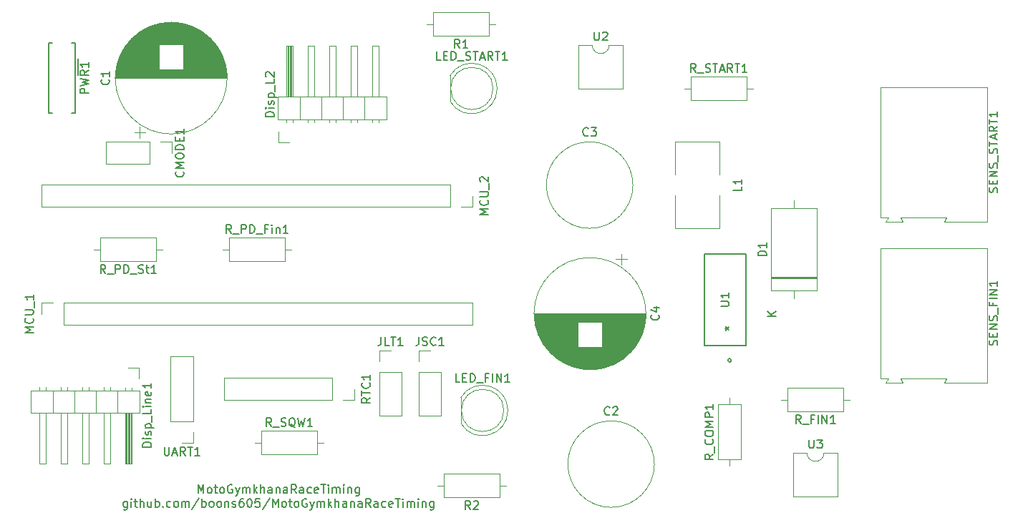
<source format=gbr>
G04 #@! TF.GenerationSoftware,KiCad,Pcbnew,(5.1.6)-1*
G04 #@! TF.CreationDate,2020-05-25T21:42:43+02:00*
G04 #@! TF.ProjectId,MotoGymkhanaRaceTiming,4d6f746f-4779-46d6-9b68-616e61526163,rev?*
G04 #@! TF.SameCoordinates,Original*
G04 #@! TF.FileFunction,Legend,Top*
G04 #@! TF.FilePolarity,Positive*
%FSLAX46Y46*%
G04 Gerber Fmt 4.6, Leading zero omitted, Abs format (unit mm)*
G04 Created by KiCad (PCBNEW (5.1.6)-1) date 2020-05-25 21:42:43*
%MOMM*%
%LPD*%
G01*
G04 APERTURE LIST*
%ADD10C,0.150000*%
%ADD11C,0.120000*%
%ADD12C,0.152400*%
G04 APERTURE END LIST*
D10*
X136526190Y-136787380D02*
X136526190Y-135787380D01*
X136859523Y-136501666D01*
X137192857Y-135787380D01*
X137192857Y-136787380D01*
X137811904Y-136787380D02*
X137716666Y-136739761D01*
X137669047Y-136692142D01*
X137621428Y-136596904D01*
X137621428Y-136311190D01*
X137669047Y-136215952D01*
X137716666Y-136168333D01*
X137811904Y-136120714D01*
X137954761Y-136120714D01*
X138050000Y-136168333D01*
X138097619Y-136215952D01*
X138145238Y-136311190D01*
X138145238Y-136596904D01*
X138097619Y-136692142D01*
X138050000Y-136739761D01*
X137954761Y-136787380D01*
X137811904Y-136787380D01*
X138430952Y-136120714D02*
X138811904Y-136120714D01*
X138573809Y-135787380D02*
X138573809Y-136644523D01*
X138621428Y-136739761D01*
X138716666Y-136787380D01*
X138811904Y-136787380D01*
X139288095Y-136787380D02*
X139192857Y-136739761D01*
X139145238Y-136692142D01*
X139097619Y-136596904D01*
X139097619Y-136311190D01*
X139145238Y-136215952D01*
X139192857Y-136168333D01*
X139288095Y-136120714D01*
X139430952Y-136120714D01*
X139526190Y-136168333D01*
X139573809Y-136215952D01*
X139621428Y-136311190D01*
X139621428Y-136596904D01*
X139573809Y-136692142D01*
X139526190Y-136739761D01*
X139430952Y-136787380D01*
X139288095Y-136787380D01*
X140573809Y-135835000D02*
X140478571Y-135787380D01*
X140335714Y-135787380D01*
X140192857Y-135835000D01*
X140097619Y-135930238D01*
X140050000Y-136025476D01*
X140002380Y-136215952D01*
X140002380Y-136358809D01*
X140050000Y-136549285D01*
X140097619Y-136644523D01*
X140192857Y-136739761D01*
X140335714Y-136787380D01*
X140430952Y-136787380D01*
X140573809Y-136739761D01*
X140621428Y-136692142D01*
X140621428Y-136358809D01*
X140430952Y-136358809D01*
X140954761Y-136120714D02*
X141192857Y-136787380D01*
X141430952Y-136120714D02*
X141192857Y-136787380D01*
X141097619Y-137025476D01*
X141050000Y-137073095D01*
X140954761Y-137120714D01*
X141811904Y-136787380D02*
X141811904Y-136120714D01*
X141811904Y-136215952D02*
X141859523Y-136168333D01*
X141954761Y-136120714D01*
X142097619Y-136120714D01*
X142192857Y-136168333D01*
X142240476Y-136263571D01*
X142240476Y-136787380D01*
X142240476Y-136263571D02*
X142288095Y-136168333D01*
X142383333Y-136120714D01*
X142526190Y-136120714D01*
X142621428Y-136168333D01*
X142669047Y-136263571D01*
X142669047Y-136787380D01*
X143145238Y-136787380D02*
X143145238Y-135787380D01*
X143240476Y-136406428D02*
X143526190Y-136787380D01*
X143526190Y-136120714D02*
X143145238Y-136501666D01*
X143954761Y-136787380D02*
X143954761Y-135787380D01*
X144383333Y-136787380D02*
X144383333Y-136263571D01*
X144335714Y-136168333D01*
X144240476Y-136120714D01*
X144097619Y-136120714D01*
X144002380Y-136168333D01*
X143954761Y-136215952D01*
X145288095Y-136787380D02*
X145288095Y-136263571D01*
X145240476Y-136168333D01*
X145145238Y-136120714D01*
X144954761Y-136120714D01*
X144859523Y-136168333D01*
X145288095Y-136739761D02*
X145192857Y-136787380D01*
X144954761Y-136787380D01*
X144859523Y-136739761D01*
X144811904Y-136644523D01*
X144811904Y-136549285D01*
X144859523Y-136454047D01*
X144954761Y-136406428D01*
X145192857Y-136406428D01*
X145288095Y-136358809D01*
X145764285Y-136120714D02*
X145764285Y-136787380D01*
X145764285Y-136215952D02*
X145811904Y-136168333D01*
X145907142Y-136120714D01*
X146050000Y-136120714D01*
X146145238Y-136168333D01*
X146192857Y-136263571D01*
X146192857Y-136787380D01*
X147097619Y-136787380D02*
X147097619Y-136263571D01*
X147050000Y-136168333D01*
X146954761Y-136120714D01*
X146764285Y-136120714D01*
X146669047Y-136168333D01*
X147097619Y-136739761D02*
X147002380Y-136787380D01*
X146764285Y-136787380D01*
X146669047Y-136739761D01*
X146621428Y-136644523D01*
X146621428Y-136549285D01*
X146669047Y-136454047D01*
X146764285Y-136406428D01*
X147002380Y-136406428D01*
X147097619Y-136358809D01*
X148145238Y-136787380D02*
X147811904Y-136311190D01*
X147573809Y-136787380D02*
X147573809Y-135787380D01*
X147954761Y-135787380D01*
X148050000Y-135835000D01*
X148097619Y-135882619D01*
X148145238Y-135977857D01*
X148145238Y-136120714D01*
X148097619Y-136215952D01*
X148050000Y-136263571D01*
X147954761Y-136311190D01*
X147573809Y-136311190D01*
X149002380Y-136787380D02*
X149002380Y-136263571D01*
X148954761Y-136168333D01*
X148859523Y-136120714D01*
X148669047Y-136120714D01*
X148573809Y-136168333D01*
X149002380Y-136739761D02*
X148907142Y-136787380D01*
X148669047Y-136787380D01*
X148573809Y-136739761D01*
X148526190Y-136644523D01*
X148526190Y-136549285D01*
X148573809Y-136454047D01*
X148669047Y-136406428D01*
X148907142Y-136406428D01*
X149002380Y-136358809D01*
X149907142Y-136739761D02*
X149811904Y-136787380D01*
X149621428Y-136787380D01*
X149526190Y-136739761D01*
X149478571Y-136692142D01*
X149430952Y-136596904D01*
X149430952Y-136311190D01*
X149478571Y-136215952D01*
X149526190Y-136168333D01*
X149621428Y-136120714D01*
X149811904Y-136120714D01*
X149907142Y-136168333D01*
X150716666Y-136739761D02*
X150621428Y-136787380D01*
X150430952Y-136787380D01*
X150335714Y-136739761D01*
X150288095Y-136644523D01*
X150288095Y-136263571D01*
X150335714Y-136168333D01*
X150430952Y-136120714D01*
X150621428Y-136120714D01*
X150716666Y-136168333D01*
X150764285Y-136263571D01*
X150764285Y-136358809D01*
X150288095Y-136454047D01*
X151049999Y-135787380D02*
X151621428Y-135787380D01*
X151335714Y-136787380D02*
X151335714Y-135787380D01*
X151954761Y-136787380D02*
X151954761Y-136120714D01*
X151954761Y-135787380D02*
X151907142Y-135835000D01*
X151954761Y-135882619D01*
X152002380Y-135835000D01*
X151954761Y-135787380D01*
X151954761Y-135882619D01*
X152430952Y-136787380D02*
X152430952Y-136120714D01*
X152430952Y-136215952D02*
X152478571Y-136168333D01*
X152573809Y-136120714D01*
X152716666Y-136120714D01*
X152811904Y-136168333D01*
X152859523Y-136263571D01*
X152859523Y-136787380D01*
X152859523Y-136263571D02*
X152907142Y-136168333D01*
X153002380Y-136120714D01*
X153145238Y-136120714D01*
X153240476Y-136168333D01*
X153288095Y-136263571D01*
X153288095Y-136787380D01*
X153764285Y-136787380D02*
X153764285Y-136120714D01*
X153764285Y-135787380D02*
X153716666Y-135835000D01*
X153764285Y-135882619D01*
X153811904Y-135835000D01*
X153764285Y-135787380D01*
X153764285Y-135882619D01*
X154240476Y-136120714D02*
X154240476Y-136787380D01*
X154240476Y-136215952D02*
X154288095Y-136168333D01*
X154383333Y-136120714D01*
X154526190Y-136120714D01*
X154621428Y-136168333D01*
X154669047Y-136263571D01*
X154669047Y-136787380D01*
X155573809Y-136120714D02*
X155573809Y-136930238D01*
X155526190Y-137025476D01*
X155478571Y-137073095D01*
X155383333Y-137120714D01*
X155240476Y-137120714D01*
X155145238Y-137073095D01*
X155573809Y-136739761D02*
X155478571Y-136787380D01*
X155288095Y-136787380D01*
X155192857Y-136739761D01*
X155145238Y-136692142D01*
X155097619Y-136596904D01*
X155097619Y-136311190D01*
X155145238Y-136215952D01*
X155192857Y-136168333D01*
X155288095Y-136120714D01*
X155478571Y-136120714D01*
X155573809Y-136168333D01*
X128145238Y-137770714D02*
X128145238Y-138580238D01*
X128097619Y-138675476D01*
X128050000Y-138723095D01*
X127954761Y-138770714D01*
X127811904Y-138770714D01*
X127716666Y-138723095D01*
X128145238Y-138389761D02*
X128050000Y-138437380D01*
X127859523Y-138437380D01*
X127764285Y-138389761D01*
X127716666Y-138342142D01*
X127669047Y-138246904D01*
X127669047Y-137961190D01*
X127716666Y-137865952D01*
X127764285Y-137818333D01*
X127859523Y-137770714D01*
X128050000Y-137770714D01*
X128145238Y-137818333D01*
X128621428Y-138437380D02*
X128621428Y-137770714D01*
X128621428Y-137437380D02*
X128573809Y-137485000D01*
X128621428Y-137532619D01*
X128669047Y-137485000D01*
X128621428Y-137437380D01*
X128621428Y-137532619D01*
X128954761Y-137770714D02*
X129335714Y-137770714D01*
X129097619Y-137437380D02*
X129097619Y-138294523D01*
X129145238Y-138389761D01*
X129240476Y-138437380D01*
X129335714Y-138437380D01*
X129669047Y-138437380D02*
X129669047Y-137437380D01*
X130097619Y-138437380D02*
X130097619Y-137913571D01*
X130050000Y-137818333D01*
X129954761Y-137770714D01*
X129811904Y-137770714D01*
X129716666Y-137818333D01*
X129669047Y-137865952D01*
X131002380Y-137770714D02*
X131002380Y-138437380D01*
X130573809Y-137770714D02*
X130573809Y-138294523D01*
X130621428Y-138389761D01*
X130716666Y-138437380D01*
X130859523Y-138437380D01*
X130954761Y-138389761D01*
X131002380Y-138342142D01*
X131478571Y-138437380D02*
X131478571Y-137437380D01*
X131478571Y-137818333D02*
X131573809Y-137770714D01*
X131764285Y-137770714D01*
X131859523Y-137818333D01*
X131907142Y-137865952D01*
X131954761Y-137961190D01*
X131954761Y-138246904D01*
X131907142Y-138342142D01*
X131859523Y-138389761D01*
X131764285Y-138437380D01*
X131573809Y-138437380D01*
X131478571Y-138389761D01*
X132383333Y-138342142D02*
X132430952Y-138389761D01*
X132383333Y-138437380D01*
X132335714Y-138389761D01*
X132383333Y-138342142D01*
X132383333Y-138437380D01*
X133288095Y-138389761D02*
X133192857Y-138437380D01*
X133002380Y-138437380D01*
X132907142Y-138389761D01*
X132859523Y-138342142D01*
X132811904Y-138246904D01*
X132811904Y-137961190D01*
X132859523Y-137865952D01*
X132907142Y-137818333D01*
X133002380Y-137770714D01*
X133192857Y-137770714D01*
X133288095Y-137818333D01*
X133859523Y-138437380D02*
X133764285Y-138389761D01*
X133716666Y-138342142D01*
X133669047Y-138246904D01*
X133669047Y-137961190D01*
X133716666Y-137865952D01*
X133764285Y-137818333D01*
X133859523Y-137770714D01*
X134002380Y-137770714D01*
X134097619Y-137818333D01*
X134145238Y-137865952D01*
X134192857Y-137961190D01*
X134192857Y-138246904D01*
X134145238Y-138342142D01*
X134097619Y-138389761D01*
X134002380Y-138437380D01*
X133859523Y-138437380D01*
X134621428Y-138437380D02*
X134621428Y-137770714D01*
X134621428Y-137865952D02*
X134669047Y-137818333D01*
X134764285Y-137770714D01*
X134907142Y-137770714D01*
X135002380Y-137818333D01*
X135050000Y-137913571D01*
X135050000Y-138437380D01*
X135050000Y-137913571D02*
X135097619Y-137818333D01*
X135192857Y-137770714D01*
X135335714Y-137770714D01*
X135430952Y-137818333D01*
X135478571Y-137913571D01*
X135478571Y-138437380D01*
X136669047Y-137389761D02*
X135811904Y-138675476D01*
X137002380Y-138437380D02*
X137002380Y-137437380D01*
X137002380Y-137818333D02*
X137097619Y-137770714D01*
X137288095Y-137770714D01*
X137383333Y-137818333D01*
X137430952Y-137865952D01*
X137478571Y-137961190D01*
X137478571Y-138246904D01*
X137430952Y-138342142D01*
X137383333Y-138389761D01*
X137288095Y-138437380D01*
X137097619Y-138437380D01*
X137002380Y-138389761D01*
X138050000Y-138437380D02*
X137954761Y-138389761D01*
X137907142Y-138342142D01*
X137859523Y-138246904D01*
X137859523Y-137961190D01*
X137907142Y-137865952D01*
X137954761Y-137818333D01*
X138050000Y-137770714D01*
X138192857Y-137770714D01*
X138288095Y-137818333D01*
X138335714Y-137865952D01*
X138383333Y-137961190D01*
X138383333Y-138246904D01*
X138335714Y-138342142D01*
X138288095Y-138389761D01*
X138192857Y-138437380D01*
X138050000Y-138437380D01*
X138954761Y-138437380D02*
X138859523Y-138389761D01*
X138811904Y-138342142D01*
X138764285Y-138246904D01*
X138764285Y-137961190D01*
X138811904Y-137865952D01*
X138859523Y-137818333D01*
X138954761Y-137770714D01*
X139097619Y-137770714D01*
X139192857Y-137818333D01*
X139240476Y-137865952D01*
X139288095Y-137961190D01*
X139288095Y-138246904D01*
X139240476Y-138342142D01*
X139192857Y-138389761D01*
X139097619Y-138437380D01*
X138954761Y-138437380D01*
X139716666Y-137770714D02*
X139716666Y-138437380D01*
X139716666Y-137865952D02*
X139764285Y-137818333D01*
X139859523Y-137770714D01*
X140002380Y-137770714D01*
X140097619Y-137818333D01*
X140145238Y-137913571D01*
X140145238Y-138437380D01*
X140573809Y-138389761D02*
X140669047Y-138437380D01*
X140859523Y-138437380D01*
X140954761Y-138389761D01*
X141002380Y-138294523D01*
X141002380Y-138246904D01*
X140954761Y-138151666D01*
X140859523Y-138104047D01*
X140716666Y-138104047D01*
X140621428Y-138056428D01*
X140573809Y-137961190D01*
X140573809Y-137913571D01*
X140621428Y-137818333D01*
X140716666Y-137770714D01*
X140859523Y-137770714D01*
X140954761Y-137818333D01*
X141859523Y-137437380D02*
X141669047Y-137437380D01*
X141573809Y-137485000D01*
X141526190Y-137532619D01*
X141430952Y-137675476D01*
X141383333Y-137865952D01*
X141383333Y-138246904D01*
X141430952Y-138342142D01*
X141478571Y-138389761D01*
X141573809Y-138437380D01*
X141764285Y-138437380D01*
X141859523Y-138389761D01*
X141907142Y-138342142D01*
X141954761Y-138246904D01*
X141954761Y-138008809D01*
X141907142Y-137913571D01*
X141859523Y-137865952D01*
X141764285Y-137818333D01*
X141573809Y-137818333D01*
X141478571Y-137865952D01*
X141430952Y-137913571D01*
X141383333Y-138008809D01*
X142573809Y-137437380D02*
X142669047Y-137437380D01*
X142764285Y-137485000D01*
X142811904Y-137532619D01*
X142859523Y-137627857D01*
X142907142Y-137818333D01*
X142907142Y-138056428D01*
X142859523Y-138246904D01*
X142811904Y-138342142D01*
X142764285Y-138389761D01*
X142669047Y-138437380D01*
X142573809Y-138437380D01*
X142478571Y-138389761D01*
X142430952Y-138342142D01*
X142383333Y-138246904D01*
X142335714Y-138056428D01*
X142335714Y-137818333D01*
X142383333Y-137627857D01*
X142430952Y-137532619D01*
X142478571Y-137485000D01*
X142573809Y-137437380D01*
X143811904Y-137437380D02*
X143335714Y-137437380D01*
X143288095Y-137913571D01*
X143335714Y-137865952D01*
X143430952Y-137818333D01*
X143669047Y-137818333D01*
X143764285Y-137865952D01*
X143811904Y-137913571D01*
X143859523Y-138008809D01*
X143859523Y-138246904D01*
X143811904Y-138342142D01*
X143764285Y-138389761D01*
X143669047Y-138437380D01*
X143430952Y-138437380D01*
X143335714Y-138389761D01*
X143288095Y-138342142D01*
X145002380Y-137389761D02*
X144145238Y-138675476D01*
X145335714Y-138437380D02*
X145335714Y-137437380D01*
X145669047Y-138151666D01*
X146002380Y-137437380D01*
X146002380Y-138437380D01*
X146621428Y-138437380D02*
X146526190Y-138389761D01*
X146478571Y-138342142D01*
X146430952Y-138246904D01*
X146430952Y-137961190D01*
X146478571Y-137865952D01*
X146526190Y-137818333D01*
X146621428Y-137770714D01*
X146764285Y-137770714D01*
X146859523Y-137818333D01*
X146907142Y-137865952D01*
X146954761Y-137961190D01*
X146954761Y-138246904D01*
X146907142Y-138342142D01*
X146859523Y-138389761D01*
X146764285Y-138437380D01*
X146621428Y-138437380D01*
X147240476Y-137770714D02*
X147621428Y-137770714D01*
X147383333Y-137437380D02*
X147383333Y-138294523D01*
X147430952Y-138389761D01*
X147526190Y-138437380D01*
X147621428Y-138437380D01*
X148097619Y-138437380D02*
X148002380Y-138389761D01*
X147954761Y-138342142D01*
X147907142Y-138246904D01*
X147907142Y-137961190D01*
X147954761Y-137865952D01*
X148002380Y-137818333D01*
X148097619Y-137770714D01*
X148240476Y-137770714D01*
X148335714Y-137818333D01*
X148383333Y-137865952D01*
X148430952Y-137961190D01*
X148430952Y-138246904D01*
X148383333Y-138342142D01*
X148335714Y-138389761D01*
X148240476Y-138437380D01*
X148097619Y-138437380D01*
X149383333Y-137485000D02*
X149288095Y-137437380D01*
X149145238Y-137437380D01*
X149002380Y-137485000D01*
X148907142Y-137580238D01*
X148859523Y-137675476D01*
X148811904Y-137865952D01*
X148811904Y-138008809D01*
X148859523Y-138199285D01*
X148907142Y-138294523D01*
X149002380Y-138389761D01*
X149145238Y-138437380D01*
X149240476Y-138437380D01*
X149383333Y-138389761D01*
X149430952Y-138342142D01*
X149430952Y-138008809D01*
X149240476Y-138008809D01*
X149764285Y-137770714D02*
X150002380Y-138437380D01*
X150240476Y-137770714D02*
X150002380Y-138437380D01*
X149907142Y-138675476D01*
X149859523Y-138723095D01*
X149764285Y-138770714D01*
X150621428Y-138437380D02*
X150621428Y-137770714D01*
X150621428Y-137865952D02*
X150669047Y-137818333D01*
X150764285Y-137770714D01*
X150907142Y-137770714D01*
X151002380Y-137818333D01*
X151050000Y-137913571D01*
X151050000Y-138437380D01*
X151050000Y-137913571D02*
X151097619Y-137818333D01*
X151192857Y-137770714D01*
X151335714Y-137770714D01*
X151430952Y-137818333D01*
X151478571Y-137913571D01*
X151478571Y-138437380D01*
X151954761Y-138437380D02*
X151954761Y-137437380D01*
X152050000Y-138056428D02*
X152335714Y-138437380D01*
X152335714Y-137770714D02*
X151954761Y-138151666D01*
X152764285Y-138437380D02*
X152764285Y-137437380D01*
X153192857Y-138437380D02*
X153192857Y-137913571D01*
X153145238Y-137818333D01*
X153050000Y-137770714D01*
X152907142Y-137770714D01*
X152811904Y-137818333D01*
X152764285Y-137865952D01*
X154097619Y-138437380D02*
X154097619Y-137913571D01*
X154050000Y-137818333D01*
X153954761Y-137770714D01*
X153764285Y-137770714D01*
X153669047Y-137818333D01*
X154097619Y-138389761D02*
X154002380Y-138437380D01*
X153764285Y-138437380D01*
X153669047Y-138389761D01*
X153621428Y-138294523D01*
X153621428Y-138199285D01*
X153669047Y-138104047D01*
X153764285Y-138056428D01*
X154002380Y-138056428D01*
X154097619Y-138008809D01*
X154573809Y-137770714D02*
X154573809Y-138437380D01*
X154573809Y-137865952D02*
X154621428Y-137818333D01*
X154716666Y-137770714D01*
X154859523Y-137770714D01*
X154954761Y-137818333D01*
X155002380Y-137913571D01*
X155002380Y-138437380D01*
X155907142Y-138437380D02*
X155907142Y-137913571D01*
X155859523Y-137818333D01*
X155764285Y-137770714D01*
X155573809Y-137770714D01*
X155478571Y-137818333D01*
X155907142Y-138389761D02*
X155811904Y-138437380D01*
X155573809Y-138437380D01*
X155478571Y-138389761D01*
X155430952Y-138294523D01*
X155430952Y-138199285D01*
X155478571Y-138104047D01*
X155573809Y-138056428D01*
X155811904Y-138056428D01*
X155907142Y-138008809D01*
X156954761Y-138437380D02*
X156621428Y-137961190D01*
X156383333Y-138437380D02*
X156383333Y-137437380D01*
X156764285Y-137437380D01*
X156859523Y-137485000D01*
X156907142Y-137532619D01*
X156954761Y-137627857D01*
X156954761Y-137770714D01*
X156907142Y-137865952D01*
X156859523Y-137913571D01*
X156764285Y-137961190D01*
X156383333Y-137961190D01*
X157811904Y-138437380D02*
X157811904Y-137913571D01*
X157764285Y-137818333D01*
X157669047Y-137770714D01*
X157478571Y-137770714D01*
X157383333Y-137818333D01*
X157811904Y-138389761D02*
X157716666Y-138437380D01*
X157478571Y-138437380D01*
X157383333Y-138389761D01*
X157335714Y-138294523D01*
X157335714Y-138199285D01*
X157383333Y-138104047D01*
X157478571Y-138056428D01*
X157716666Y-138056428D01*
X157811904Y-138008809D01*
X158716666Y-138389761D02*
X158621428Y-138437380D01*
X158430952Y-138437380D01*
X158335714Y-138389761D01*
X158288095Y-138342142D01*
X158240476Y-138246904D01*
X158240476Y-137961190D01*
X158288095Y-137865952D01*
X158335714Y-137818333D01*
X158430952Y-137770714D01*
X158621428Y-137770714D01*
X158716666Y-137818333D01*
X159526190Y-138389761D02*
X159430952Y-138437380D01*
X159240476Y-138437380D01*
X159145238Y-138389761D01*
X159097619Y-138294523D01*
X159097619Y-137913571D01*
X159145238Y-137818333D01*
X159240476Y-137770714D01*
X159430952Y-137770714D01*
X159526190Y-137818333D01*
X159573809Y-137913571D01*
X159573809Y-138008809D01*
X159097619Y-138104047D01*
X159859523Y-137437380D02*
X160430952Y-137437380D01*
X160145238Y-138437380D02*
X160145238Y-137437380D01*
X160764285Y-138437380D02*
X160764285Y-137770714D01*
X160764285Y-137437380D02*
X160716666Y-137485000D01*
X160764285Y-137532619D01*
X160811904Y-137485000D01*
X160764285Y-137437380D01*
X160764285Y-137532619D01*
X161240476Y-138437380D02*
X161240476Y-137770714D01*
X161240476Y-137865952D02*
X161288095Y-137818333D01*
X161383333Y-137770714D01*
X161526190Y-137770714D01*
X161621428Y-137818333D01*
X161669047Y-137913571D01*
X161669047Y-138437380D01*
X161669047Y-137913571D02*
X161716666Y-137818333D01*
X161811904Y-137770714D01*
X161954761Y-137770714D01*
X162050000Y-137818333D01*
X162097619Y-137913571D01*
X162097619Y-138437380D01*
X162573809Y-138437380D02*
X162573809Y-137770714D01*
X162573809Y-137437380D02*
X162526190Y-137485000D01*
X162573809Y-137532619D01*
X162621428Y-137485000D01*
X162573809Y-137437380D01*
X162573809Y-137532619D01*
X163050000Y-137770714D02*
X163050000Y-138437380D01*
X163050000Y-137865952D02*
X163097619Y-137818333D01*
X163192857Y-137770714D01*
X163335714Y-137770714D01*
X163430952Y-137818333D01*
X163478571Y-137913571D01*
X163478571Y-138437380D01*
X164383333Y-137770714D02*
X164383333Y-138580238D01*
X164335714Y-138675476D01*
X164288095Y-138723095D01*
X164192857Y-138770714D01*
X164050000Y-138770714D01*
X163954761Y-138723095D01*
X164383333Y-138389761D02*
X164288095Y-138437380D01*
X164097619Y-138437380D01*
X164002380Y-138389761D01*
X163954761Y-138342142D01*
X163907142Y-138246904D01*
X163907142Y-137961190D01*
X163954761Y-137865952D01*
X164002380Y-137818333D01*
X164097619Y-137770714D01*
X164288095Y-137770714D01*
X164383333Y-137818333D01*
D11*
X125670000Y-95190000D02*
X125670000Y-97850000D01*
X130810000Y-95190000D02*
X125670000Y-95190000D01*
X130810000Y-97850000D02*
X125670000Y-97850000D01*
X130810000Y-95190000D02*
X130810000Y-97850000D01*
X132080000Y-95190000D02*
X133410000Y-95190000D01*
X133410000Y-95190000D02*
X133410000Y-96520000D01*
X135950000Y-120590000D02*
X133290000Y-120590000D01*
X135950000Y-128270000D02*
X135950000Y-120590000D01*
X133290000Y-128270000D02*
X133290000Y-120590000D01*
X135950000Y-128270000D02*
X133290000Y-128270000D01*
X135950000Y-129540000D02*
X135950000Y-130870000D01*
X135950000Y-130870000D02*
X134620000Y-130870000D01*
X162625001Y-127615001D02*
X165285001Y-127615001D01*
X162625001Y-122475001D02*
X162625001Y-127615001D01*
X165285001Y-122475001D02*
X165285001Y-127615001D01*
X162625001Y-122475001D02*
X165285001Y-122475001D01*
X162625001Y-121205001D02*
X162625001Y-119875001D01*
X162625001Y-119875001D02*
X163955001Y-119875001D01*
X157975001Y-127615001D02*
X160635001Y-127615001D01*
X157975001Y-122475001D02*
X157975001Y-127615001D01*
X160635001Y-122475001D02*
X160635001Y-127615001D01*
X157975001Y-122475001D02*
X160635001Y-122475001D01*
X157975001Y-121205001D02*
X157975001Y-119875001D01*
X157975001Y-119875001D02*
X159305001Y-119875001D01*
X190500000Y-133350000D02*
G75*
G03*
X190500000Y-133350000I-5120000J0D01*
G01*
X229820000Y-107840000D02*
X217220000Y-107840000D01*
X217220000Y-107840000D02*
X217220000Y-123240000D01*
X217220000Y-123240000D02*
X218170000Y-123240000D01*
X218170000Y-123240000D02*
X217870000Y-123740000D01*
X217870000Y-123740000D02*
X219870000Y-123740000D01*
X219870000Y-123740000D02*
X219620000Y-123240000D01*
X219620000Y-123240000D02*
X225020000Y-123240000D01*
X225020000Y-123240000D02*
X224770000Y-123740000D01*
X224770000Y-123740000D02*
X229820000Y-123740000D01*
X229820000Y-123740000D02*
X229820000Y-107840000D01*
D12*
X201358500Y-119291100D02*
X201358500Y-108496100D01*
X201358500Y-108496100D02*
X196405500Y-108496100D01*
X196405500Y-108496100D02*
X196405500Y-119291100D01*
X196405500Y-119291100D02*
X201358500Y-119291100D01*
X199593200Y-121069100D02*
G75*
G03*
X199593200Y-121069100I-203200J0D01*
G01*
D11*
X208550000Y-132020000D02*
X206900000Y-132020000D01*
X206900000Y-132020000D02*
X206900000Y-137220000D01*
X206900000Y-137220000D02*
X212200000Y-137220000D01*
X212200000Y-137220000D02*
X212200000Y-132020000D01*
X212200000Y-132020000D02*
X210550000Y-132020000D01*
X210550000Y-132020000D02*
G75*
G02*
X208550000Y-132020000I-1000000J0D01*
G01*
X183150000Y-83760000D02*
X181500000Y-83760000D01*
X181500000Y-83760000D02*
X181500000Y-88960000D01*
X181500000Y-88960000D02*
X186800000Y-88960000D01*
X186800000Y-88960000D02*
X186800000Y-83760000D01*
X186800000Y-83760000D02*
X185150000Y-83760000D01*
X185150000Y-83760000D02*
G75*
G02*
X183150000Y-83760000I-1000000J0D01*
G01*
X229820000Y-88790000D02*
X217220000Y-88790000D01*
X217220000Y-88790000D02*
X217220000Y-104190000D01*
X217220000Y-104190000D02*
X218170000Y-104190000D01*
X218170000Y-104190000D02*
X217870000Y-104690000D01*
X217870000Y-104690000D02*
X219870000Y-104690000D01*
X219870000Y-104690000D02*
X219620000Y-104190000D01*
X219620000Y-104190000D02*
X225020000Y-104190000D01*
X225020000Y-104190000D02*
X224770000Y-104690000D01*
X224770000Y-104690000D02*
X229820000Y-104690000D01*
X229820000Y-104690000D02*
X229820000Y-88790000D01*
X152400000Y-123130000D02*
X152400000Y-125790000D01*
X152400000Y-123130000D02*
X139640000Y-123130000D01*
X139640000Y-123130000D02*
X139640000Y-125790000D01*
X152400000Y-125790000D02*
X139640000Y-125790000D01*
X155000000Y-125790000D02*
X153670000Y-125790000D01*
X155000000Y-124460000D02*
X155000000Y-125790000D01*
X194850000Y-87530000D02*
X194850000Y-90270000D01*
X194850000Y-90270000D02*
X201390000Y-90270000D01*
X201390000Y-90270000D02*
X201390000Y-87530000D01*
X201390000Y-87530000D02*
X194850000Y-87530000D01*
X194080000Y-88900000D02*
X194850000Y-88900000D01*
X202160000Y-88900000D02*
X201390000Y-88900000D01*
X144050000Y-129440000D02*
X144050000Y-132180000D01*
X144050000Y-132180000D02*
X150590000Y-132180000D01*
X150590000Y-132180000D02*
X150590000Y-129440000D01*
X150590000Y-129440000D02*
X144050000Y-129440000D01*
X143280000Y-130810000D02*
X144050000Y-130810000D01*
X151360000Y-130810000D02*
X150590000Y-130810000D01*
X131540000Y-109320000D02*
X131540000Y-106580000D01*
X131540000Y-106580000D02*
X125000000Y-106580000D01*
X125000000Y-106580000D02*
X125000000Y-109320000D01*
X125000000Y-109320000D02*
X131540000Y-109320000D01*
X132310000Y-107950000D02*
X131540000Y-107950000D01*
X124230000Y-107950000D02*
X125000000Y-107950000D01*
X140240000Y-106580000D02*
X140240000Y-109320000D01*
X140240000Y-109320000D02*
X146780000Y-109320000D01*
X146780000Y-109320000D02*
X146780000Y-106580000D01*
X146780000Y-106580000D02*
X140240000Y-106580000D01*
X139470000Y-107950000D02*
X140240000Y-107950000D01*
X147550000Y-107950000D02*
X146780000Y-107950000D01*
X212820000Y-127100000D02*
X212820000Y-124360000D01*
X212820000Y-124360000D02*
X206280000Y-124360000D01*
X206280000Y-124360000D02*
X206280000Y-127100000D01*
X206280000Y-127100000D02*
X212820000Y-127100000D01*
X213590000Y-125730000D02*
X212820000Y-125730000D01*
X205510000Y-125730000D02*
X206280000Y-125730000D01*
X198020000Y-132810000D02*
X200760000Y-132810000D01*
X200760000Y-132810000D02*
X200760000Y-126270000D01*
X200760000Y-126270000D02*
X198020000Y-126270000D01*
X198020000Y-126270000D02*
X198020000Y-132810000D01*
X199390000Y-133580000D02*
X199390000Y-132810000D01*
X199390000Y-125500000D02*
X199390000Y-126270000D01*
X172180000Y-137260000D02*
X172180000Y-134520000D01*
X172180000Y-134520000D02*
X165640000Y-134520000D01*
X165640000Y-134520000D02*
X165640000Y-137260000D01*
X165640000Y-137260000D02*
X172180000Y-137260000D01*
X172950000Y-135890000D02*
X172180000Y-135890000D01*
X164870000Y-135890000D02*
X165640000Y-135890000D01*
X163600000Y-81280000D02*
X164370000Y-81280000D01*
X171680000Y-81280000D02*
X170910000Y-81280000D01*
X164370000Y-82650000D02*
X170910000Y-82650000D01*
X164370000Y-79910000D02*
X164370000Y-82650000D01*
X170910000Y-79910000D02*
X164370000Y-79910000D01*
X170910000Y-82650000D02*
X170910000Y-79910000D01*
D10*
X121555000Y-83510000D02*
X122030000Y-83510000D01*
X122030000Y-83510000D02*
X122030000Y-91810000D01*
X122030000Y-91810000D02*
X121555000Y-91810000D01*
X119305000Y-83510000D02*
X118830000Y-83510000D01*
X118830000Y-83510000D02*
X118830000Y-91810000D01*
X118830000Y-91810000D02*
X119305000Y-91810000D01*
X122330000Y-85360000D02*
X122330000Y-87360000D01*
D11*
X166370000Y-100270000D02*
X166370000Y-102930000D01*
X166370000Y-100270000D02*
X118050000Y-100270000D01*
X118050000Y-100270000D02*
X118050000Y-102930000D01*
X166370000Y-102930000D02*
X118050000Y-102930000D01*
X168970000Y-102930000D02*
X167640000Y-102930000D01*
X168970000Y-101600000D02*
X168970000Y-102930000D01*
X120650000Y-116900000D02*
X120650000Y-114240000D01*
X120650000Y-116900000D02*
X168970000Y-116900000D01*
X168970000Y-116900000D02*
X168970000Y-114240000D01*
X120650000Y-114240000D02*
X168970000Y-114240000D01*
X118050000Y-114240000D02*
X119380000Y-114240000D01*
X118050000Y-115570000D02*
X118050000Y-114240000D01*
X171410000Y-88900000D02*
G75*
G03*
X171410000Y-88900000I-2500000J0D01*
G01*
X166350000Y-87355000D02*
X166350000Y-90445000D01*
X171900000Y-88899538D02*
G75*
G02*
X166350000Y-90444830I-2990000J-462D01*
G01*
X171900000Y-88900462D02*
G75*
G03*
X166350000Y-87355170I-2990000J462D01*
G01*
X172680000Y-127000000D02*
G75*
G03*
X172680000Y-127000000I-2500000J0D01*
G01*
X167620000Y-125455000D02*
X167620000Y-128545000D01*
X173170000Y-126999538D02*
G75*
G02*
X167620000Y-128544830I-2990000J-462D01*
G01*
X173170000Y-127000462D02*
G75*
G03*
X167620000Y-125455170I-2990000J462D01*
G01*
X198200000Y-95210000D02*
X198200000Y-99075000D01*
X198200000Y-101585000D02*
X198200000Y-105450000D01*
X192960000Y-95210000D02*
X192960000Y-99075000D01*
X192960000Y-101585000D02*
X192960000Y-105450000D01*
X198200000Y-95210000D02*
X192960000Y-95210000D01*
X198200000Y-105450000D02*
X192960000Y-105450000D01*
X129600000Y-124630000D02*
X116780000Y-124630000D01*
X116780000Y-124630000D02*
X116780000Y-127290000D01*
X116780000Y-127290000D02*
X129600000Y-127290000D01*
X129600000Y-127290000D02*
X129600000Y-124630000D01*
X128650000Y-127290000D02*
X128650000Y-133290000D01*
X128650000Y-133290000D02*
X127890000Y-133290000D01*
X127890000Y-133290000D02*
X127890000Y-127290000D01*
X128590000Y-127290000D02*
X128590000Y-133290000D01*
X128470000Y-127290000D02*
X128470000Y-133290000D01*
X128350000Y-127290000D02*
X128350000Y-133290000D01*
X128230000Y-127290000D02*
X128230000Y-133290000D01*
X128110000Y-127290000D02*
X128110000Y-133290000D01*
X127990000Y-127290000D02*
X127990000Y-133290000D01*
X128650000Y-124300000D02*
X128650000Y-124630000D01*
X127890000Y-124300000D02*
X127890000Y-124630000D01*
X127000000Y-124630000D02*
X127000000Y-127290000D01*
X126110000Y-127290000D02*
X126110000Y-133290000D01*
X126110000Y-133290000D02*
X125350000Y-133290000D01*
X125350000Y-133290000D02*
X125350000Y-127290000D01*
X126110000Y-124232929D02*
X126110000Y-124630000D01*
X125350000Y-124232929D02*
X125350000Y-124630000D01*
X124460000Y-124630000D02*
X124460000Y-127290000D01*
X123570000Y-127290000D02*
X123570000Y-133290000D01*
X123570000Y-133290000D02*
X122810000Y-133290000D01*
X122810000Y-133290000D02*
X122810000Y-127290000D01*
X123570000Y-124232929D02*
X123570000Y-124630000D01*
X122810000Y-124232929D02*
X122810000Y-124630000D01*
X121920000Y-124630000D02*
X121920000Y-127290000D01*
X121030000Y-127290000D02*
X121030000Y-133290000D01*
X121030000Y-133290000D02*
X120270000Y-133290000D01*
X120270000Y-133290000D02*
X120270000Y-127290000D01*
X121030000Y-124232929D02*
X121030000Y-124630000D01*
X120270000Y-124232929D02*
X120270000Y-124630000D01*
X119380000Y-124630000D02*
X119380000Y-127290000D01*
X118490000Y-127290000D02*
X118490000Y-133290000D01*
X118490000Y-133290000D02*
X117730000Y-133290000D01*
X117730000Y-133290000D02*
X117730000Y-127290000D01*
X118490000Y-124232929D02*
X118490000Y-124630000D01*
X117730000Y-124232929D02*
X117730000Y-124630000D01*
X128270000Y-121920000D02*
X129540000Y-121920000D01*
X129540000Y-121920000D02*
X129540000Y-123190000D01*
X145990000Y-92540000D02*
X158810000Y-92540000D01*
X158810000Y-92540000D02*
X158810000Y-89880000D01*
X158810000Y-89880000D02*
X145990000Y-89880000D01*
X145990000Y-89880000D02*
X145990000Y-92540000D01*
X146940000Y-89880000D02*
X146940000Y-83880000D01*
X146940000Y-83880000D02*
X147700000Y-83880000D01*
X147700000Y-83880000D02*
X147700000Y-89880000D01*
X147000000Y-89880000D02*
X147000000Y-83880000D01*
X147120000Y-89880000D02*
X147120000Y-83880000D01*
X147240000Y-89880000D02*
X147240000Y-83880000D01*
X147360000Y-89880000D02*
X147360000Y-83880000D01*
X147480000Y-89880000D02*
X147480000Y-83880000D01*
X147600000Y-89880000D02*
X147600000Y-83880000D01*
X146940000Y-92870000D02*
X146940000Y-92540000D01*
X147700000Y-92870000D02*
X147700000Y-92540000D01*
X148590000Y-92540000D02*
X148590000Y-89880000D01*
X149480000Y-89880000D02*
X149480000Y-83880000D01*
X149480000Y-83880000D02*
X150240000Y-83880000D01*
X150240000Y-83880000D02*
X150240000Y-89880000D01*
X149480000Y-92937071D02*
X149480000Y-92540000D01*
X150240000Y-92937071D02*
X150240000Y-92540000D01*
X151130000Y-92540000D02*
X151130000Y-89880000D01*
X152020000Y-89880000D02*
X152020000Y-83880000D01*
X152020000Y-83880000D02*
X152780000Y-83880000D01*
X152780000Y-83880000D02*
X152780000Y-89880000D01*
X152020000Y-92937071D02*
X152020000Y-92540000D01*
X152780000Y-92937071D02*
X152780000Y-92540000D01*
X153670000Y-92540000D02*
X153670000Y-89880000D01*
X154560000Y-89880000D02*
X154560000Y-83880000D01*
X154560000Y-83880000D02*
X155320000Y-83880000D01*
X155320000Y-83880000D02*
X155320000Y-89880000D01*
X154560000Y-92937071D02*
X154560000Y-92540000D01*
X155320000Y-92937071D02*
X155320000Y-92540000D01*
X156210000Y-92540000D02*
X156210000Y-89880000D01*
X157100000Y-89880000D02*
X157100000Y-83880000D01*
X157100000Y-83880000D02*
X157860000Y-83880000D01*
X157860000Y-83880000D02*
X157860000Y-89880000D01*
X157100000Y-92937071D02*
X157100000Y-92540000D01*
X157860000Y-92937071D02*
X157860000Y-92540000D01*
X147320000Y-95250000D02*
X146050000Y-95250000D01*
X146050000Y-95250000D02*
X146050000Y-93980000D01*
X204290000Y-112820000D02*
X209730000Y-112820000D01*
X209730000Y-112820000D02*
X209730000Y-103080000D01*
X209730000Y-103080000D02*
X204290000Y-103080000D01*
X204290000Y-103080000D02*
X204290000Y-112820000D01*
X207010000Y-113730000D02*
X207010000Y-112820000D01*
X207010000Y-102170000D02*
X207010000Y-103080000D01*
X204290000Y-111275000D02*
X209730000Y-111275000D01*
X204290000Y-111155000D02*
X209730000Y-111155000D01*
X204290000Y-111395000D02*
X209730000Y-111395000D01*
X189500000Y-115530000D02*
G75*
G03*
X189500000Y-115530000I-6620000J0D01*
G01*
X189460000Y-115530000D02*
X176300000Y-115530000D01*
X189460000Y-115570000D02*
X176300000Y-115570000D01*
X189460000Y-115610000D02*
X176300000Y-115610000D01*
X189459000Y-115650000D02*
X176301000Y-115650000D01*
X189459000Y-115690000D02*
X176301000Y-115690000D01*
X189457000Y-115730000D02*
X176303000Y-115730000D01*
X189456000Y-115770000D02*
X176304000Y-115770000D01*
X189455000Y-115810000D02*
X176305000Y-115810000D01*
X189453000Y-115850000D02*
X176307000Y-115850000D01*
X189451000Y-115890000D02*
X176309000Y-115890000D01*
X189448000Y-115930000D02*
X176312000Y-115930000D01*
X189446000Y-115970000D02*
X176314000Y-115970000D01*
X189443000Y-116010000D02*
X176317000Y-116010000D01*
X189440000Y-116050000D02*
X176320000Y-116050000D01*
X189437000Y-116090000D02*
X176323000Y-116090000D01*
X189433000Y-116130000D02*
X176327000Y-116130000D01*
X189429000Y-116170000D02*
X176331000Y-116170000D01*
X189425000Y-116210000D02*
X176335000Y-116210000D01*
X189421000Y-116251000D02*
X176339000Y-116251000D01*
X189417000Y-116291000D02*
X176343000Y-116291000D01*
X189412000Y-116331000D02*
X176348000Y-116331000D01*
X189407000Y-116371000D02*
X176353000Y-116371000D01*
X189402000Y-116411000D02*
X176358000Y-116411000D01*
X189396000Y-116451000D02*
X176364000Y-116451000D01*
X189391000Y-116491000D02*
X176369000Y-116491000D01*
X189385000Y-116531000D02*
X176375000Y-116531000D01*
X189378000Y-116571000D02*
X176382000Y-116571000D01*
X189372000Y-116611000D02*
X184320000Y-116611000D01*
X181440000Y-116611000D02*
X176388000Y-116611000D01*
X189365000Y-116651000D02*
X184320000Y-116651000D01*
X181440000Y-116651000D02*
X176395000Y-116651000D01*
X189358000Y-116691000D02*
X184320000Y-116691000D01*
X181440000Y-116691000D02*
X176402000Y-116691000D01*
X189351000Y-116731000D02*
X184320000Y-116731000D01*
X181440000Y-116731000D02*
X176409000Y-116731000D01*
X189343000Y-116771000D02*
X184320000Y-116771000D01*
X181440000Y-116771000D02*
X176417000Y-116771000D01*
X189336000Y-116811000D02*
X184320000Y-116811000D01*
X181440000Y-116811000D02*
X176424000Y-116811000D01*
X189328000Y-116851000D02*
X184320000Y-116851000D01*
X181440000Y-116851000D02*
X176432000Y-116851000D01*
X189319000Y-116891000D02*
X184320000Y-116891000D01*
X181440000Y-116891000D02*
X176441000Y-116891000D01*
X189311000Y-116931000D02*
X184320000Y-116931000D01*
X181440000Y-116931000D02*
X176449000Y-116931000D01*
X189302000Y-116971000D02*
X184320000Y-116971000D01*
X181440000Y-116971000D02*
X176458000Y-116971000D01*
X189293000Y-117011000D02*
X184320000Y-117011000D01*
X181440000Y-117011000D02*
X176467000Y-117011000D01*
X189284000Y-117051000D02*
X184320000Y-117051000D01*
X181440000Y-117051000D02*
X176476000Y-117051000D01*
X189274000Y-117091000D02*
X184320000Y-117091000D01*
X181440000Y-117091000D02*
X176486000Y-117091000D01*
X189264000Y-117131000D02*
X184320000Y-117131000D01*
X181440000Y-117131000D02*
X176496000Y-117131000D01*
X189254000Y-117171000D02*
X184320000Y-117171000D01*
X181440000Y-117171000D02*
X176506000Y-117171000D01*
X189244000Y-117211000D02*
X184320000Y-117211000D01*
X181440000Y-117211000D02*
X176516000Y-117211000D01*
X189233000Y-117251000D02*
X184320000Y-117251000D01*
X181440000Y-117251000D02*
X176527000Y-117251000D01*
X189222000Y-117291000D02*
X184320000Y-117291000D01*
X181440000Y-117291000D02*
X176538000Y-117291000D01*
X189211000Y-117331000D02*
X184320000Y-117331000D01*
X181440000Y-117331000D02*
X176549000Y-117331000D01*
X189200000Y-117371000D02*
X184320000Y-117371000D01*
X181440000Y-117371000D02*
X176560000Y-117371000D01*
X189188000Y-117411000D02*
X184320000Y-117411000D01*
X181440000Y-117411000D02*
X176572000Y-117411000D01*
X189176000Y-117451000D02*
X184320000Y-117451000D01*
X181440000Y-117451000D02*
X176584000Y-117451000D01*
X189164000Y-117491000D02*
X184320000Y-117491000D01*
X181440000Y-117491000D02*
X176596000Y-117491000D01*
X189151000Y-117531000D02*
X184320000Y-117531000D01*
X181440000Y-117531000D02*
X176609000Y-117531000D01*
X189138000Y-117571000D02*
X184320000Y-117571000D01*
X181440000Y-117571000D02*
X176622000Y-117571000D01*
X189125000Y-117611000D02*
X184320000Y-117611000D01*
X181440000Y-117611000D02*
X176635000Y-117611000D01*
X189112000Y-117651000D02*
X184320000Y-117651000D01*
X181440000Y-117651000D02*
X176648000Y-117651000D01*
X189098000Y-117691000D02*
X184320000Y-117691000D01*
X181440000Y-117691000D02*
X176662000Y-117691000D01*
X189084000Y-117731000D02*
X184320000Y-117731000D01*
X181440000Y-117731000D02*
X176676000Y-117731000D01*
X189070000Y-117771000D02*
X184320000Y-117771000D01*
X181440000Y-117771000D02*
X176690000Y-117771000D01*
X189055000Y-117811000D02*
X184320000Y-117811000D01*
X181440000Y-117811000D02*
X176705000Y-117811000D01*
X189041000Y-117851000D02*
X184320000Y-117851000D01*
X181440000Y-117851000D02*
X176719000Y-117851000D01*
X189026000Y-117891000D02*
X184320000Y-117891000D01*
X181440000Y-117891000D02*
X176734000Y-117891000D01*
X189010000Y-117931000D02*
X184320000Y-117931000D01*
X181440000Y-117931000D02*
X176750000Y-117931000D01*
X188994000Y-117971000D02*
X184320000Y-117971000D01*
X181440000Y-117971000D02*
X176766000Y-117971000D01*
X188978000Y-118011000D02*
X184320000Y-118011000D01*
X181440000Y-118011000D02*
X176782000Y-118011000D01*
X188962000Y-118051000D02*
X184320000Y-118051000D01*
X181440000Y-118051000D02*
X176798000Y-118051000D01*
X188945000Y-118091000D02*
X184320000Y-118091000D01*
X181440000Y-118091000D02*
X176815000Y-118091000D01*
X188929000Y-118131000D02*
X184320000Y-118131000D01*
X181440000Y-118131000D02*
X176831000Y-118131000D01*
X188911000Y-118171000D02*
X184320000Y-118171000D01*
X181440000Y-118171000D02*
X176849000Y-118171000D01*
X188894000Y-118211000D02*
X184320000Y-118211000D01*
X181440000Y-118211000D02*
X176866000Y-118211000D01*
X188876000Y-118251000D02*
X184320000Y-118251000D01*
X181440000Y-118251000D02*
X176884000Y-118251000D01*
X188858000Y-118291000D02*
X184320000Y-118291000D01*
X181440000Y-118291000D02*
X176902000Y-118291000D01*
X188839000Y-118331000D02*
X184320000Y-118331000D01*
X181440000Y-118331000D02*
X176921000Y-118331000D01*
X188820000Y-118371000D02*
X184320000Y-118371000D01*
X181440000Y-118371000D02*
X176940000Y-118371000D01*
X188801000Y-118411000D02*
X184320000Y-118411000D01*
X181440000Y-118411000D02*
X176959000Y-118411000D01*
X188782000Y-118451000D02*
X184320000Y-118451000D01*
X181440000Y-118451000D02*
X176978000Y-118451000D01*
X188762000Y-118491000D02*
X184320000Y-118491000D01*
X181440000Y-118491000D02*
X176998000Y-118491000D01*
X188742000Y-118531000D02*
X184320000Y-118531000D01*
X181440000Y-118531000D02*
X177018000Y-118531000D01*
X188721000Y-118571000D02*
X184320000Y-118571000D01*
X181440000Y-118571000D02*
X177039000Y-118571000D01*
X188700000Y-118611000D02*
X184320000Y-118611000D01*
X181440000Y-118611000D02*
X177060000Y-118611000D01*
X188679000Y-118651000D02*
X184320000Y-118651000D01*
X181440000Y-118651000D02*
X177081000Y-118651000D01*
X188658000Y-118691000D02*
X184320000Y-118691000D01*
X181440000Y-118691000D02*
X177102000Y-118691000D01*
X188636000Y-118731000D02*
X184320000Y-118731000D01*
X181440000Y-118731000D02*
X177124000Y-118731000D01*
X188613000Y-118771000D02*
X184320000Y-118771000D01*
X181440000Y-118771000D02*
X177147000Y-118771000D01*
X188591000Y-118811000D02*
X184320000Y-118811000D01*
X181440000Y-118811000D02*
X177169000Y-118811000D01*
X188568000Y-118851000D02*
X184320000Y-118851000D01*
X181440000Y-118851000D02*
X177192000Y-118851000D01*
X188544000Y-118891000D02*
X184320000Y-118891000D01*
X181440000Y-118891000D02*
X177216000Y-118891000D01*
X188521000Y-118931000D02*
X184320000Y-118931000D01*
X181440000Y-118931000D02*
X177239000Y-118931000D01*
X188497000Y-118971000D02*
X184320000Y-118971000D01*
X181440000Y-118971000D02*
X177263000Y-118971000D01*
X188472000Y-119011000D02*
X184320000Y-119011000D01*
X181440000Y-119011000D02*
X177288000Y-119011000D01*
X188447000Y-119051000D02*
X184320000Y-119051000D01*
X181440000Y-119051000D02*
X177313000Y-119051000D01*
X188422000Y-119091000D02*
X184320000Y-119091000D01*
X181440000Y-119091000D02*
X177338000Y-119091000D01*
X188396000Y-119131000D02*
X184320000Y-119131000D01*
X181440000Y-119131000D02*
X177364000Y-119131000D01*
X188370000Y-119171000D02*
X184320000Y-119171000D01*
X181440000Y-119171000D02*
X177390000Y-119171000D01*
X188343000Y-119211000D02*
X184320000Y-119211000D01*
X181440000Y-119211000D02*
X177417000Y-119211000D01*
X188316000Y-119251000D02*
X184320000Y-119251000D01*
X181440000Y-119251000D02*
X177444000Y-119251000D01*
X188289000Y-119291000D02*
X184320000Y-119291000D01*
X181440000Y-119291000D02*
X177471000Y-119291000D01*
X188261000Y-119331000D02*
X184320000Y-119331000D01*
X181440000Y-119331000D02*
X177499000Y-119331000D01*
X188233000Y-119371000D02*
X184320000Y-119371000D01*
X181440000Y-119371000D02*
X177527000Y-119371000D01*
X188204000Y-119411000D02*
X184320000Y-119411000D01*
X181440000Y-119411000D02*
X177556000Y-119411000D01*
X188175000Y-119451000D02*
X184320000Y-119451000D01*
X181440000Y-119451000D02*
X177585000Y-119451000D01*
X188145000Y-119491000D02*
X177615000Y-119491000D01*
X188115000Y-119531000D02*
X177645000Y-119531000D01*
X188085000Y-119571000D02*
X177675000Y-119571000D01*
X188054000Y-119611000D02*
X177706000Y-119611000D01*
X188022000Y-119651000D02*
X177738000Y-119651000D01*
X187990000Y-119691000D02*
X177770000Y-119691000D01*
X187958000Y-119731000D02*
X177802000Y-119731000D01*
X187924000Y-119771000D02*
X177836000Y-119771000D01*
X187891000Y-119811000D02*
X177869000Y-119811000D01*
X187857000Y-119851000D02*
X177903000Y-119851000D01*
X187822000Y-119891000D02*
X177938000Y-119891000D01*
X187787000Y-119931000D02*
X177973000Y-119931000D01*
X187751000Y-119971000D02*
X178009000Y-119971000D01*
X187714000Y-120011000D02*
X178046000Y-120011000D01*
X187677000Y-120051000D02*
X178083000Y-120051000D01*
X187640000Y-120091000D02*
X178120000Y-120091000D01*
X187601000Y-120131000D02*
X178159000Y-120131000D01*
X187562000Y-120171000D02*
X178198000Y-120171000D01*
X187523000Y-120211000D02*
X178237000Y-120211000D01*
X187482000Y-120251000D02*
X178278000Y-120251000D01*
X187441000Y-120291000D02*
X178319000Y-120291000D01*
X187399000Y-120331000D02*
X178361000Y-120331000D01*
X187357000Y-120371000D02*
X178403000Y-120371000D01*
X187314000Y-120411000D02*
X178446000Y-120411000D01*
X187270000Y-120451000D02*
X178490000Y-120451000D01*
X187225000Y-120491000D02*
X178535000Y-120491000D01*
X187179000Y-120531000D02*
X178581000Y-120531000D01*
X187133000Y-120571000D02*
X178627000Y-120571000D01*
X187085000Y-120611000D02*
X178675000Y-120611000D01*
X187037000Y-120651000D02*
X178723000Y-120651000D01*
X186988000Y-120691000D02*
X178772000Y-120691000D01*
X186937000Y-120731000D02*
X178823000Y-120731000D01*
X186886000Y-120771000D02*
X178874000Y-120771000D01*
X186834000Y-120811000D02*
X178926000Y-120811000D01*
X186780000Y-120851000D02*
X178980000Y-120851000D01*
X186726000Y-120891000D02*
X179034000Y-120891000D01*
X186670000Y-120931000D02*
X179090000Y-120931000D01*
X186613000Y-120971000D02*
X179147000Y-120971000D01*
X186555000Y-121011000D02*
X179205000Y-121011000D01*
X186495000Y-121051000D02*
X179265000Y-121051000D01*
X186434000Y-121091000D02*
X179326000Y-121091000D01*
X186371000Y-121131000D02*
X179389000Y-121131000D01*
X186307000Y-121171000D02*
X179453000Y-121171000D01*
X186241000Y-121211000D02*
X179519000Y-121211000D01*
X186173000Y-121251000D02*
X179587000Y-121251000D01*
X186103000Y-121291000D02*
X179657000Y-121291000D01*
X186032000Y-121331000D02*
X179728000Y-121331000D01*
X185958000Y-121371000D02*
X179802000Y-121371000D01*
X185882000Y-121411000D02*
X179878000Y-121411000D01*
X185803000Y-121451000D02*
X179957000Y-121451000D01*
X185722000Y-121491000D02*
X180038000Y-121491000D01*
X185638000Y-121531000D02*
X180122000Y-121531000D01*
X185550000Y-121571000D02*
X180210000Y-121571000D01*
X185459000Y-121611000D02*
X180301000Y-121611000D01*
X185364000Y-121651000D02*
X180396000Y-121651000D01*
X185265000Y-121691000D02*
X180495000Y-121691000D01*
X185161000Y-121731000D02*
X180599000Y-121731000D01*
X185051000Y-121771000D02*
X180709000Y-121771000D01*
X184935000Y-121811000D02*
X180825000Y-121811000D01*
X184811000Y-121851000D02*
X180949000Y-121851000D01*
X184678000Y-121891000D02*
X181082000Y-121891000D01*
X184533000Y-121931000D02*
X181227000Y-121931000D01*
X184374000Y-121971000D02*
X181386000Y-121971000D01*
X184195000Y-122011000D02*
X181565000Y-122011000D01*
X183987000Y-122051000D02*
X181773000Y-122051000D01*
X183730000Y-122091000D02*
X182030000Y-122091000D01*
X183355000Y-122131000D02*
X182405000Y-122131000D01*
X186595000Y-108445431D02*
X186595000Y-109745431D01*
X187245000Y-109095431D02*
X185945000Y-109095431D01*
X187960000Y-100330000D02*
G75*
G03*
X187960000Y-100330000I-5120000J0D01*
G01*
X139970000Y-87670000D02*
G75*
G03*
X139970000Y-87670000I-6620000J0D01*
G01*
X126770000Y-87670000D02*
X139930000Y-87670000D01*
X126770000Y-87630000D02*
X139930000Y-87630000D01*
X126770000Y-87590000D02*
X139930000Y-87590000D01*
X126771000Y-87550000D02*
X139929000Y-87550000D01*
X126771000Y-87510000D02*
X139929000Y-87510000D01*
X126773000Y-87470000D02*
X139927000Y-87470000D01*
X126774000Y-87430000D02*
X139926000Y-87430000D01*
X126775000Y-87390000D02*
X139925000Y-87390000D01*
X126777000Y-87350000D02*
X139923000Y-87350000D01*
X126779000Y-87310000D02*
X139921000Y-87310000D01*
X126782000Y-87270000D02*
X139918000Y-87270000D01*
X126784000Y-87230000D02*
X139916000Y-87230000D01*
X126787000Y-87190000D02*
X139913000Y-87190000D01*
X126790000Y-87150000D02*
X139910000Y-87150000D01*
X126793000Y-87110000D02*
X139907000Y-87110000D01*
X126797000Y-87070000D02*
X139903000Y-87070000D01*
X126801000Y-87030000D02*
X139899000Y-87030000D01*
X126805000Y-86990000D02*
X139895000Y-86990000D01*
X126809000Y-86949000D02*
X139891000Y-86949000D01*
X126813000Y-86909000D02*
X139887000Y-86909000D01*
X126818000Y-86869000D02*
X139882000Y-86869000D01*
X126823000Y-86829000D02*
X139877000Y-86829000D01*
X126828000Y-86789000D02*
X139872000Y-86789000D01*
X126834000Y-86749000D02*
X139866000Y-86749000D01*
X126839000Y-86709000D02*
X139861000Y-86709000D01*
X126845000Y-86669000D02*
X139855000Y-86669000D01*
X126852000Y-86629000D02*
X139848000Y-86629000D01*
X126858000Y-86589000D02*
X131910000Y-86589000D01*
X134790000Y-86589000D02*
X139842000Y-86589000D01*
X126865000Y-86549000D02*
X131910000Y-86549000D01*
X134790000Y-86549000D02*
X139835000Y-86549000D01*
X126872000Y-86509000D02*
X131910000Y-86509000D01*
X134790000Y-86509000D02*
X139828000Y-86509000D01*
X126879000Y-86469000D02*
X131910000Y-86469000D01*
X134790000Y-86469000D02*
X139821000Y-86469000D01*
X126887000Y-86429000D02*
X131910000Y-86429000D01*
X134790000Y-86429000D02*
X139813000Y-86429000D01*
X126894000Y-86389000D02*
X131910000Y-86389000D01*
X134790000Y-86389000D02*
X139806000Y-86389000D01*
X126902000Y-86349000D02*
X131910000Y-86349000D01*
X134790000Y-86349000D02*
X139798000Y-86349000D01*
X126911000Y-86309000D02*
X131910000Y-86309000D01*
X134790000Y-86309000D02*
X139789000Y-86309000D01*
X126919000Y-86269000D02*
X131910000Y-86269000D01*
X134790000Y-86269000D02*
X139781000Y-86269000D01*
X126928000Y-86229000D02*
X131910000Y-86229000D01*
X134790000Y-86229000D02*
X139772000Y-86229000D01*
X126937000Y-86189000D02*
X131910000Y-86189000D01*
X134790000Y-86189000D02*
X139763000Y-86189000D01*
X126946000Y-86149000D02*
X131910000Y-86149000D01*
X134790000Y-86149000D02*
X139754000Y-86149000D01*
X126956000Y-86109000D02*
X131910000Y-86109000D01*
X134790000Y-86109000D02*
X139744000Y-86109000D01*
X126966000Y-86069000D02*
X131910000Y-86069000D01*
X134790000Y-86069000D02*
X139734000Y-86069000D01*
X126976000Y-86029000D02*
X131910000Y-86029000D01*
X134790000Y-86029000D02*
X139724000Y-86029000D01*
X126986000Y-85989000D02*
X131910000Y-85989000D01*
X134790000Y-85989000D02*
X139714000Y-85989000D01*
X126997000Y-85949000D02*
X131910000Y-85949000D01*
X134790000Y-85949000D02*
X139703000Y-85949000D01*
X127008000Y-85909000D02*
X131910000Y-85909000D01*
X134790000Y-85909000D02*
X139692000Y-85909000D01*
X127019000Y-85869000D02*
X131910000Y-85869000D01*
X134790000Y-85869000D02*
X139681000Y-85869000D01*
X127030000Y-85829000D02*
X131910000Y-85829000D01*
X134790000Y-85829000D02*
X139670000Y-85829000D01*
X127042000Y-85789000D02*
X131910000Y-85789000D01*
X134790000Y-85789000D02*
X139658000Y-85789000D01*
X127054000Y-85749000D02*
X131910000Y-85749000D01*
X134790000Y-85749000D02*
X139646000Y-85749000D01*
X127066000Y-85709000D02*
X131910000Y-85709000D01*
X134790000Y-85709000D02*
X139634000Y-85709000D01*
X127079000Y-85669000D02*
X131910000Y-85669000D01*
X134790000Y-85669000D02*
X139621000Y-85669000D01*
X127092000Y-85629000D02*
X131910000Y-85629000D01*
X134790000Y-85629000D02*
X139608000Y-85629000D01*
X127105000Y-85589000D02*
X131910000Y-85589000D01*
X134790000Y-85589000D02*
X139595000Y-85589000D01*
X127118000Y-85549000D02*
X131910000Y-85549000D01*
X134790000Y-85549000D02*
X139582000Y-85549000D01*
X127132000Y-85509000D02*
X131910000Y-85509000D01*
X134790000Y-85509000D02*
X139568000Y-85509000D01*
X127146000Y-85469000D02*
X131910000Y-85469000D01*
X134790000Y-85469000D02*
X139554000Y-85469000D01*
X127160000Y-85429000D02*
X131910000Y-85429000D01*
X134790000Y-85429000D02*
X139540000Y-85429000D01*
X127175000Y-85389000D02*
X131910000Y-85389000D01*
X134790000Y-85389000D02*
X139525000Y-85389000D01*
X127189000Y-85349000D02*
X131910000Y-85349000D01*
X134790000Y-85349000D02*
X139511000Y-85349000D01*
X127204000Y-85309000D02*
X131910000Y-85309000D01*
X134790000Y-85309000D02*
X139496000Y-85309000D01*
X127220000Y-85269000D02*
X131910000Y-85269000D01*
X134790000Y-85269000D02*
X139480000Y-85269000D01*
X127236000Y-85229000D02*
X131910000Y-85229000D01*
X134790000Y-85229000D02*
X139464000Y-85229000D01*
X127252000Y-85189000D02*
X131910000Y-85189000D01*
X134790000Y-85189000D02*
X139448000Y-85189000D01*
X127268000Y-85149000D02*
X131910000Y-85149000D01*
X134790000Y-85149000D02*
X139432000Y-85149000D01*
X127285000Y-85109000D02*
X131910000Y-85109000D01*
X134790000Y-85109000D02*
X139415000Y-85109000D01*
X127301000Y-85069000D02*
X131910000Y-85069000D01*
X134790000Y-85069000D02*
X139399000Y-85069000D01*
X127319000Y-85029000D02*
X131910000Y-85029000D01*
X134790000Y-85029000D02*
X139381000Y-85029000D01*
X127336000Y-84989000D02*
X131910000Y-84989000D01*
X134790000Y-84989000D02*
X139364000Y-84989000D01*
X127354000Y-84949000D02*
X131910000Y-84949000D01*
X134790000Y-84949000D02*
X139346000Y-84949000D01*
X127372000Y-84909000D02*
X131910000Y-84909000D01*
X134790000Y-84909000D02*
X139328000Y-84909000D01*
X127391000Y-84869000D02*
X131910000Y-84869000D01*
X134790000Y-84869000D02*
X139309000Y-84869000D01*
X127410000Y-84829000D02*
X131910000Y-84829000D01*
X134790000Y-84829000D02*
X139290000Y-84829000D01*
X127429000Y-84789000D02*
X131910000Y-84789000D01*
X134790000Y-84789000D02*
X139271000Y-84789000D01*
X127448000Y-84749000D02*
X131910000Y-84749000D01*
X134790000Y-84749000D02*
X139252000Y-84749000D01*
X127468000Y-84709000D02*
X131910000Y-84709000D01*
X134790000Y-84709000D02*
X139232000Y-84709000D01*
X127488000Y-84669000D02*
X131910000Y-84669000D01*
X134790000Y-84669000D02*
X139212000Y-84669000D01*
X127509000Y-84629000D02*
X131910000Y-84629000D01*
X134790000Y-84629000D02*
X139191000Y-84629000D01*
X127530000Y-84589000D02*
X131910000Y-84589000D01*
X134790000Y-84589000D02*
X139170000Y-84589000D01*
X127551000Y-84549000D02*
X131910000Y-84549000D01*
X134790000Y-84549000D02*
X139149000Y-84549000D01*
X127572000Y-84509000D02*
X131910000Y-84509000D01*
X134790000Y-84509000D02*
X139128000Y-84509000D01*
X127594000Y-84469000D02*
X131910000Y-84469000D01*
X134790000Y-84469000D02*
X139106000Y-84469000D01*
X127617000Y-84429000D02*
X131910000Y-84429000D01*
X134790000Y-84429000D02*
X139083000Y-84429000D01*
X127639000Y-84389000D02*
X131910000Y-84389000D01*
X134790000Y-84389000D02*
X139061000Y-84389000D01*
X127662000Y-84349000D02*
X131910000Y-84349000D01*
X134790000Y-84349000D02*
X139038000Y-84349000D01*
X127686000Y-84309000D02*
X131910000Y-84309000D01*
X134790000Y-84309000D02*
X139014000Y-84309000D01*
X127709000Y-84269000D02*
X131910000Y-84269000D01*
X134790000Y-84269000D02*
X138991000Y-84269000D01*
X127733000Y-84229000D02*
X131910000Y-84229000D01*
X134790000Y-84229000D02*
X138967000Y-84229000D01*
X127758000Y-84189000D02*
X131910000Y-84189000D01*
X134790000Y-84189000D02*
X138942000Y-84189000D01*
X127783000Y-84149000D02*
X131910000Y-84149000D01*
X134790000Y-84149000D02*
X138917000Y-84149000D01*
X127808000Y-84109000D02*
X131910000Y-84109000D01*
X134790000Y-84109000D02*
X138892000Y-84109000D01*
X127834000Y-84069000D02*
X131910000Y-84069000D01*
X134790000Y-84069000D02*
X138866000Y-84069000D01*
X127860000Y-84029000D02*
X131910000Y-84029000D01*
X134790000Y-84029000D02*
X138840000Y-84029000D01*
X127887000Y-83989000D02*
X131910000Y-83989000D01*
X134790000Y-83989000D02*
X138813000Y-83989000D01*
X127914000Y-83949000D02*
X131910000Y-83949000D01*
X134790000Y-83949000D02*
X138786000Y-83949000D01*
X127941000Y-83909000D02*
X131910000Y-83909000D01*
X134790000Y-83909000D02*
X138759000Y-83909000D01*
X127969000Y-83869000D02*
X131910000Y-83869000D01*
X134790000Y-83869000D02*
X138731000Y-83869000D01*
X127997000Y-83829000D02*
X131910000Y-83829000D01*
X134790000Y-83829000D02*
X138703000Y-83829000D01*
X128026000Y-83789000D02*
X131910000Y-83789000D01*
X134790000Y-83789000D02*
X138674000Y-83789000D01*
X128055000Y-83749000D02*
X131910000Y-83749000D01*
X134790000Y-83749000D02*
X138645000Y-83749000D01*
X128085000Y-83709000D02*
X138615000Y-83709000D01*
X128115000Y-83669000D02*
X138585000Y-83669000D01*
X128145000Y-83629000D02*
X138555000Y-83629000D01*
X128176000Y-83589000D02*
X138524000Y-83589000D01*
X128208000Y-83549000D02*
X138492000Y-83549000D01*
X128240000Y-83509000D02*
X138460000Y-83509000D01*
X128272000Y-83469000D02*
X138428000Y-83469000D01*
X128306000Y-83429000D02*
X138394000Y-83429000D01*
X128339000Y-83389000D02*
X138361000Y-83389000D01*
X128373000Y-83349000D02*
X138327000Y-83349000D01*
X128408000Y-83309000D02*
X138292000Y-83309000D01*
X128443000Y-83269000D02*
X138257000Y-83269000D01*
X128479000Y-83229000D02*
X138221000Y-83229000D01*
X128516000Y-83189000D02*
X138184000Y-83189000D01*
X128553000Y-83149000D02*
X138147000Y-83149000D01*
X128590000Y-83109000D02*
X138110000Y-83109000D01*
X128629000Y-83069000D02*
X138071000Y-83069000D01*
X128668000Y-83029000D02*
X138032000Y-83029000D01*
X128707000Y-82989000D02*
X137993000Y-82989000D01*
X128748000Y-82949000D02*
X137952000Y-82949000D01*
X128789000Y-82909000D02*
X137911000Y-82909000D01*
X128831000Y-82869000D02*
X137869000Y-82869000D01*
X128873000Y-82829000D02*
X137827000Y-82829000D01*
X128916000Y-82789000D02*
X137784000Y-82789000D01*
X128960000Y-82749000D02*
X137740000Y-82749000D01*
X129005000Y-82709000D02*
X137695000Y-82709000D01*
X129051000Y-82669000D02*
X137649000Y-82669000D01*
X129097000Y-82629000D02*
X137603000Y-82629000D01*
X129145000Y-82589000D02*
X137555000Y-82589000D01*
X129193000Y-82549000D02*
X137507000Y-82549000D01*
X129242000Y-82509000D02*
X137458000Y-82509000D01*
X129293000Y-82469000D02*
X137407000Y-82469000D01*
X129344000Y-82429000D02*
X137356000Y-82429000D01*
X129396000Y-82389000D02*
X137304000Y-82389000D01*
X129450000Y-82349000D02*
X137250000Y-82349000D01*
X129504000Y-82309000D02*
X137196000Y-82309000D01*
X129560000Y-82269000D02*
X137140000Y-82269000D01*
X129617000Y-82229000D02*
X137083000Y-82229000D01*
X129675000Y-82189000D02*
X137025000Y-82189000D01*
X129735000Y-82149000D02*
X136965000Y-82149000D01*
X129796000Y-82109000D02*
X136904000Y-82109000D01*
X129859000Y-82069000D02*
X136841000Y-82069000D01*
X129923000Y-82029000D02*
X136777000Y-82029000D01*
X129989000Y-81989000D02*
X136711000Y-81989000D01*
X130057000Y-81949000D02*
X136643000Y-81949000D01*
X130127000Y-81909000D02*
X136573000Y-81909000D01*
X130198000Y-81869000D02*
X136502000Y-81869000D01*
X130272000Y-81829000D02*
X136428000Y-81829000D01*
X130348000Y-81789000D02*
X136352000Y-81789000D01*
X130427000Y-81749000D02*
X136273000Y-81749000D01*
X130508000Y-81709000D02*
X136192000Y-81709000D01*
X130592000Y-81669000D02*
X136108000Y-81669000D01*
X130680000Y-81629000D02*
X136020000Y-81629000D01*
X130771000Y-81589000D02*
X135929000Y-81589000D01*
X130866000Y-81549000D02*
X135834000Y-81549000D01*
X130965000Y-81509000D02*
X135735000Y-81509000D01*
X131069000Y-81469000D02*
X135631000Y-81469000D01*
X131179000Y-81429000D02*
X135521000Y-81429000D01*
X131295000Y-81389000D02*
X135405000Y-81389000D01*
X131419000Y-81349000D02*
X135281000Y-81349000D01*
X131552000Y-81309000D02*
X135148000Y-81309000D01*
X131697000Y-81269000D02*
X135003000Y-81269000D01*
X131856000Y-81229000D02*
X134844000Y-81229000D01*
X132035000Y-81189000D02*
X134665000Y-81189000D01*
X132243000Y-81149000D02*
X134457000Y-81149000D01*
X132500000Y-81109000D02*
X134200000Y-81109000D01*
X132875000Y-81069000D02*
X133825000Y-81069000D01*
X129635000Y-94754569D02*
X129635000Y-93454569D01*
X128985000Y-94104569D02*
X130285000Y-94104569D01*
D10*
X134767142Y-98734285D02*
X134814761Y-98781904D01*
X134862380Y-98924761D01*
X134862380Y-99020000D01*
X134814761Y-99162857D01*
X134719523Y-99258095D01*
X134624285Y-99305714D01*
X134433809Y-99353333D01*
X134290952Y-99353333D01*
X134100476Y-99305714D01*
X134005238Y-99258095D01*
X133910000Y-99162857D01*
X133862380Y-99020000D01*
X133862380Y-98924761D01*
X133910000Y-98781904D01*
X133957619Y-98734285D01*
X134862380Y-98305714D02*
X133862380Y-98305714D01*
X134576666Y-97972380D01*
X133862380Y-97639047D01*
X134862380Y-97639047D01*
X133862380Y-96972380D02*
X133862380Y-96781904D01*
X133910000Y-96686666D01*
X134005238Y-96591428D01*
X134195714Y-96543809D01*
X134529047Y-96543809D01*
X134719523Y-96591428D01*
X134814761Y-96686666D01*
X134862380Y-96781904D01*
X134862380Y-96972380D01*
X134814761Y-97067619D01*
X134719523Y-97162857D01*
X134529047Y-97210476D01*
X134195714Y-97210476D01*
X134005238Y-97162857D01*
X133910000Y-97067619D01*
X133862380Y-96972380D01*
X134862380Y-96115238D02*
X133862380Y-96115238D01*
X133862380Y-95877142D01*
X133910000Y-95734285D01*
X134005238Y-95639047D01*
X134100476Y-95591428D01*
X134290952Y-95543809D01*
X134433809Y-95543809D01*
X134624285Y-95591428D01*
X134719523Y-95639047D01*
X134814761Y-95734285D01*
X134862380Y-95877142D01*
X134862380Y-96115238D01*
X134338571Y-95115238D02*
X134338571Y-94781904D01*
X134862380Y-94639047D02*
X134862380Y-95115238D01*
X133862380Y-95115238D01*
X133862380Y-94639047D01*
X134862380Y-93686666D02*
X134862380Y-94258095D01*
X134862380Y-93972380D02*
X133862380Y-93972380D01*
X134005238Y-94067619D01*
X134100476Y-94162857D01*
X134148095Y-94258095D01*
X132548571Y-131322380D02*
X132548571Y-132131904D01*
X132596190Y-132227142D01*
X132643809Y-132274761D01*
X132739047Y-132322380D01*
X132929523Y-132322380D01*
X133024761Y-132274761D01*
X133072380Y-132227142D01*
X133120000Y-132131904D01*
X133120000Y-131322380D01*
X133548571Y-132036666D02*
X134024761Y-132036666D01*
X133453333Y-132322380D02*
X133786666Y-131322380D01*
X134120000Y-132322380D01*
X135024761Y-132322380D02*
X134691428Y-131846190D01*
X134453333Y-132322380D02*
X134453333Y-131322380D01*
X134834285Y-131322380D01*
X134929523Y-131370000D01*
X134977142Y-131417619D01*
X135024761Y-131512857D01*
X135024761Y-131655714D01*
X134977142Y-131750952D01*
X134929523Y-131798571D01*
X134834285Y-131846190D01*
X134453333Y-131846190D01*
X135310476Y-131322380D02*
X135881904Y-131322380D01*
X135596190Y-132322380D02*
X135596190Y-131322380D01*
X136739047Y-132322380D02*
X136167619Y-132322380D01*
X136453333Y-132322380D02*
X136453333Y-131322380D01*
X136358095Y-131465238D01*
X136262857Y-131560476D01*
X136167619Y-131608095D01*
X162645477Y-118327381D02*
X162645477Y-119041667D01*
X162597858Y-119184524D01*
X162502620Y-119279762D01*
X162359762Y-119327381D01*
X162264524Y-119327381D01*
X163074048Y-119279762D02*
X163216905Y-119327381D01*
X163455001Y-119327381D01*
X163550239Y-119279762D01*
X163597858Y-119232143D01*
X163645477Y-119136905D01*
X163645477Y-119041667D01*
X163597858Y-118946429D01*
X163550239Y-118898810D01*
X163455001Y-118851191D01*
X163264524Y-118803572D01*
X163169286Y-118755953D01*
X163121667Y-118708334D01*
X163074048Y-118613096D01*
X163074048Y-118517858D01*
X163121667Y-118422620D01*
X163169286Y-118375001D01*
X163264524Y-118327381D01*
X163502620Y-118327381D01*
X163645477Y-118375001D01*
X164645477Y-119232143D02*
X164597858Y-119279762D01*
X164455001Y-119327381D01*
X164359762Y-119327381D01*
X164216905Y-119279762D01*
X164121667Y-119184524D01*
X164074048Y-119089286D01*
X164026429Y-118898810D01*
X164026429Y-118755953D01*
X164074048Y-118565477D01*
X164121667Y-118470239D01*
X164216905Y-118375001D01*
X164359762Y-118327381D01*
X164455001Y-118327381D01*
X164597858Y-118375001D01*
X164645477Y-118422620D01*
X165597858Y-119327381D02*
X165026429Y-119327381D01*
X165312143Y-119327381D02*
X165312143Y-118327381D01*
X165216905Y-118470239D01*
X165121667Y-118565477D01*
X165026429Y-118613096D01*
X158185953Y-118327381D02*
X158185953Y-119041667D01*
X158138334Y-119184524D01*
X158043096Y-119279762D01*
X157900239Y-119327381D01*
X157805001Y-119327381D01*
X159138334Y-119327381D02*
X158662143Y-119327381D01*
X158662143Y-118327381D01*
X159328810Y-118327381D02*
X159900239Y-118327381D01*
X159614524Y-119327381D02*
X159614524Y-118327381D01*
X160757381Y-119327381D02*
X160185953Y-119327381D01*
X160471667Y-119327381D02*
X160471667Y-118327381D01*
X160376429Y-118470239D01*
X160281191Y-118565477D01*
X160185953Y-118613096D01*
X185213333Y-127457142D02*
X185165714Y-127504761D01*
X185022857Y-127552380D01*
X184927619Y-127552380D01*
X184784761Y-127504761D01*
X184689523Y-127409523D01*
X184641904Y-127314285D01*
X184594285Y-127123809D01*
X184594285Y-126980952D01*
X184641904Y-126790476D01*
X184689523Y-126695238D01*
X184784761Y-126600000D01*
X184927619Y-126552380D01*
X185022857Y-126552380D01*
X185165714Y-126600000D01*
X185213333Y-126647619D01*
X185594285Y-126647619D02*
X185641904Y-126600000D01*
X185737142Y-126552380D01*
X185975238Y-126552380D01*
X186070476Y-126600000D01*
X186118095Y-126647619D01*
X186165714Y-126742857D01*
X186165714Y-126838095D01*
X186118095Y-126980952D01*
X185546666Y-127552380D01*
X186165714Y-127552380D01*
X231024761Y-119275714D02*
X231072380Y-119132857D01*
X231072380Y-118894761D01*
X231024761Y-118799523D01*
X230977142Y-118751904D01*
X230881904Y-118704285D01*
X230786666Y-118704285D01*
X230691428Y-118751904D01*
X230643809Y-118799523D01*
X230596190Y-118894761D01*
X230548571Y-119085238D01*
X230500952Y-119180476D01*
X230453333Y-119228095D01*
X230358095Y-119275714D01*
X230262857Y-119275714D01*
X230167619Y-119228095D01*
X230120000Y-119180476D01*
X230072380Y-119085238D01*
X230072380Y-118847142D01*
X230120000Y-118704285D01*
X230548571Y-118275714D02*
X230548571Y-117942380D01*
X231072380Y-117799523D02*
X231072380Y-118275714D01*
X230072380Y-118275714D01*
X230072380Y-117799523D01*
X231072380Y-117370952D02*
X230072380Y-117370952D01*
X231072380Y-116799523D01*
X230072380Y-116799523D01*
X231024761Y-116370952D02*
X231072380Y-116228095D01*
X231072380Y-115990000D01*
X231024761Y-115894761D01*
X230977142Y-115847142D01*
X230881904Y-115799523D01*
X230786666Y-115799523D01*
X230691428Y-115847142D01*
X230643809Y-115894761D01*
X230596190Y-115990000D01*
X230548571Y-116180476D01*
X230500952Y-116275714D01*
X230453333Y-116323333D01*
X230358095Y-116370952D01*
X230262857Y-116370952D01*
X230167619Y-116323333D01*
X230120000Y-116275714D01*
X230072380Y-116180476D01*
X230072380Y-115942380D01*
X230120000Y-115799523D01*
X231167619Y-115609047D02*
X231167619Y-114847142D01*
X230548571Y-114275714D02*
X230548571Y-114609047D01*
X231072380Y-114609047D02*
X230072380Y-114609047D01*
X230072380Y-114132857D01*
X231072380Y-113751904D02*
X230072380Y-113751904D01*
X231072380Y-113275714D02*
X230072380Y-113275714D01*
X231072380Y-112704285D01*
X230072380Y-112704285D01*
X231072380Y-111704285D02*
X231072380Y-112275714D01*
X231072380Y-111990000D02*
X230072380Y-111990000D01*
X230215238Y-112085238D01*
X230310476Y-112180476D01*
X230358095Y-112275714D01*
X198334380Y-114655504D02*
X199143904Y-114655504D01*
X199239142Y-114607885D01*
X199286761Y-114560266D01*
X199334380Y-114465028D01*
X199334380Y-114274552D01*
X199286761Y-114179314D01*
X199239142Y-114131695D01*
X199143904Y-114084076D01*
X198334380Y-114084076D01*
X199334380Y-113084076D02*
X199334380Y-113655504D01*
X199334380Y-113369790D02*
X198334380Y-113369790D01*
X198477238Y-113465028D01*
X198572476Y-113560266D01*
X198620095Y-113655504D01*
X198842380Y-117297200D02*
X199080476Y-117297200D01*
X198985238Y-117535295D02*
X199080476Y-117297200D01*
X198985238Y-117059104D01*
X199270952Y-117440057D02*
X199080476Y-117297200D01*
X199270952Y-117154342D01*
X198842380Y-117297200D02*
X199080476Y-117297200D01*
X198985238Y-117535295D02*
X199080476Y-117297200D01*
X198985238Y-117059104D01*
X199270952Y-117440057D02*
X199080476Y-117297200D01*
X199270952Y-117154342D01*
X208788095Y-130472380D02*
X208788095Y-131281904D01*
X208835714Y-131377142D01*
X208883333Y-131424761D01*
X208978571Y-131472380D01*
X209169047Y-131472380D01*
X209264285Y-131424761D01*
X209311904Y-131377142D01*
X209359523Y-131281904D01*
X209359523Y-130472380D01*
X209740476Y-130472380D02*
X210359523Y-130472380D01*
X210026190Y-130853333D01*
X210169047Y-130853333D01*
X210264285Y-130900952D01*
X210311904Y-130948571D01*
X210359523Y-131043809D01*
X210359523Y-131281904D01*
X210311904Y-131377142D01*
X210264285Y-131424761D01*
X210169047Y-131472380D01*
X209883333Y-131472380D01*
X209788095Y-131424761D01*
X209740476Y-131377142D01*
X183388095Y-82212380D02*
X183388095Y-83021904D01*
X183435714Y-83117142D01*
X183483333Y-83164761D01*
X183578571Y-83212380D01*
X183769047Y-83212380D01*
X183864285Y-83164761D01*
X183911904Y-83117142D01*
X183959523Y-83021904D01*
X183959523Y-82212380D01*
X184388095Y-82307619D02*
X184435714Y-82260000D01*
X184530952Y-82212380D01*
X184769047Y-82212380D01*
X184864285Y-82260000D01*
X184911904Y-82307619D01*
X184959523Y-82402857D01*
X184959523Y-82498095D01*
X184911904Y-82640952D01*
X184340476Y-83212380D01*
X184959523Y-83212380D01*
X231024761Y-101201904D02*
X231072380Y-101059047D01*
X231072380Y-100820952D01*
X231024761Y-100725714D01*
X230977142Y-100678095D01*
X230881904Y-100630476D01*
X230786666Y-100630476D01*
X230691428Y-100678095D01*
X230643809Y-100725714D01*
X230596190Y-100820952D01*
X230548571Y-101011428D01*
X230500952Y-101106666D01*
X230453333Y-101154285D01*
X230358095Y-101201904D01*
X230262857Y-101201904D01*
X230167619Y-101154285D01*
X230120000Y-101106666D01*
X230072380Y-101011428D01*
X230072380Y-100773333D01*
X230120000Y-100630476D01*
X230548571Y-100201904D02*
X230548571Y-99868571D01*
X231072380Y-99725714D02*
X231072380Y-100201904D01*
X230072380Y-100201904D01*
X230072380Y-99725714D01*
X231072380Y-99297142D02*
X230072380Y-99297142D01*
X231072380Y-98725714D01*
X230072380Y-98725714D01*
X231024761Y-98297142D02*
X231072380Y-98154285D01*
X231072380Y-97916190D01*
X231024761Y-97820952D01*
X230977142Y-97773333D01*
X230881904Y-97725714D01*
X230786666Y-97725714D01*
X230691428Y-97773333D01*
X230643809Y-97820952D01*
X230596190Y-97916190D01*
X230548571Y-98106666D01*
X230500952Y-98201904D01*
X230453333Y-98249523D01*
X230358095Y-98297142D01*
X230262857Y-98297142D01*
X230167619Y-98249523D01*
X230120000Y-98201904D01*
X230072380Y-98106666D01*
X230072380Y-97868571D01*
X230120000Y-97725714D01*
X231167619Y-97535238D02*
X231167619Y-96773333D01*
X231024761Y-96582857D02*
X231072380Y-96440000D01*
X231072380Y-96201904D01*
X231024761Y-96106666D01*
X230977142Y-96059047D01*
X230881904Y-96011428D01*
X230786666Y-96011428D01*
X230691428Y-96059047D01*
X230643809Y-96106666D01*
X230596190Y-96201904D01*
X230548571Y-96392380D01*
X230500952Y-96487619D01*
X230453333Y-96535238D01*
X230358095Y-96582857D01*
X230262857Y-96582857D01*
X230167619Y-96535238D01*
X230120000Y-96487619D01*
X230072380Y-96392380D01*
X230072380Y-96154285D01*
X230120000Y-96011428D01*
X230072380Y-95725714D02*
X230072380Y-95154285D01*
X231072380Y-95440000D02*
X230072380Y-95440000D01*
X230786666Y-94868571D02*
X230786666Y-94392380D01*
X231072380Y-94963809D02*
X230072380Y-94630476D01*
X231072380Y-94297142D01*
X231072380Y-93392380D02*
X230596190Y-93725714D01*
X231072380Y-93963809D02*
X230072380Y-93963809D01*
X230072380Y-93582857D01*
X230120000Y-93487619D01*
X230167619Y-93440000D01*
X230262857Y-93392380D01*
X230405714Y-93392380D01*
X230500952Y-93440000D01*
X230548571Y-93487619D01*
X230596190Y-93582857D01*
X230596190Y-93963809D01*
X230072380Y-93106666D02*
X230072380Y-92535238D01*
X231072380Y-92820952D02*
X230072380Y-92820952D01*
X231072380Y-91678095D02*
X231072380Y-92249523D01*
X231072380Y-91963809D02*
X230072380Y-91963809D01*
X230215238Y-92059047D01*
X230310476Y-92154285D01*
X230358095Y-92249523D01*
X156892380Y-125507619D02*
X156416190Y-125840952D01*
X156892380Y-126079047D02*
X155892380Y-126079047D01*
X155892380Y-125698095D01*
X155940000Y-125602857D01*
X155987619Y-125555238D01*
X156082857Y-125507619D01*
X156225714Y-125507619D01*
X156320952Y-125555238D01*
X156368571Y-125602857D01*
X156416190Y-125698095D01*
X156416190Y-126079047D01*
X155892380Y-125221904D02*
X155892380Y-124650476D01*
X156892380Y-124936190D02*
X155892380Y-124936190D01*
X156797142Y-123745714D02*
X156844761Y-123793333D01*
X156892380Y-123936190D01*
X156892380Y-124031428D01*
X156844761Y-124174285D01*
X156749523Y-124269523D01*
X156654285Y-124317142D01*
X156463809Y-124364761D01*
X156320952Y-124364761D01*
X156130476Y-124317142D01*
X156035238Y-124269523D01*
X155940000Y-124174285D01*
X155892380Y-124031428D01*
X155892380Y-123936190D01*
X155940000Y-123793333D01*
X155987619Y-123745714D01*
X156892380Y-122793333D02*
X156892380Y-123364761D01*
X156892380Y-123079047D02*
X155892380Y-123079047D01*
X156035238Y-123174285D01*
X156130476Y-123269523D01*
X156178095Y-123364761D01*
X195405714Y-86982380D02*
X195072380Y-86506190D01*
X194834285Y-86982380D02*
X194834285Y-85982380D01*
X195215238Y-85982380D01*
X195310476Y-86030000D01*
X195358095Y-86077619D01*
X195405714Y-86172857D01*
X195405714Y-86315714D01*
X195358095Y-86410952D01*
X195310476Y-86458571D01*
X195215238Y-86506190D01*
X194834285Y-86506190D01*
X195596190Y-87077619D02*
X196358095Y-87077619D01*
X196548571Y-86934761D02*
X196691428Y-86982380D01*
X196929523Y-86982380D01*
X197024761Y-86934761D01*
X197072380Y-86887142D01*
X197120000Y-86791904D01*
X197120000Y-86696666D01*
X197072380Y-86601428D01*
X197024761Y-86553809D01*
X196929523Y-86506190D01*
X196739047Y-86458571D01*
X196643809Y-86410952D01*
X196596190Y-86363333D01*
X196548571Y-86268095D01*
X196548571Y-86172857D01*
X196596190Y-86077619D01*
X196643809Y-86030000D01*
X196739047Y-85982380D01*
X196977142Y-85982380D01*
X197120000Y-86030000D01*
X197405714Y-85982380D02*
X197977142Y-85982380D01*
X197691428Y-86982380D02*
X197691428Y-85982380D01*
X198262857Y-86696666D02*
X198739047Y-86696666D01*
X198167619Y-86982380D02*
X198500952Y-85982380D01*
X198834285Y-86982380D01*
X199739047Y-86982380D02*
X199405714Y-86506190D01*
X199167619Y-86982380D02*
X199167619Y-85982380D01*
X199548571Y-85982380D01*
X199643809Y-86030000D01*
X199691428Y-86077619D01*
X199739047Y-86172857D01*
X199739047Y-86315714D01*
X199691428Y-86410952D01*
X199643809Y-86458571D01*
X199548571Y-86506190D01*
X199167619Y-86506190D01*
X200024761Y-85982380D02*
X200596190Y-85982380D01*
X200310476Y-86982380D02*
X200310476Y-85982380D01*
X201453333Y-86982380D02*
X200881904Y-86982380D01*
X201167619Y-86982380D02*
X201167619Y-85982380D01*
X201072380Y-86125238D01*
X200977142Y-86220476D01*
X200881904Y-86268095D01*
X145200952Y-128892380D02*
X144867619Y-128416190D01*
X144629523Y-128892380D02*
X144629523Y-127892380D01*
X145010476Y-127892380D01*
X145105714Y-127940000D01*
X145153333Y-127987619D01*
X145200952Y-128082857D01*
X145200952Y-128225714D01*
X145153333Y-128320952D01*
X145105714Y-128368571D01*
X145010476Y-128416190D01*
X144629523Y-128416190D01*
X145391428Y-128987619D02*
X146153333Y-128987619D01*
X146343809Y-128844761D02*
X146486666Y-128892380D01*
X146724761Y-128892380D01*
X146820000Y-128844761D01*
X146867619Y-128797142D01*
X146915238Y-128701904D01*
X146915238Y-128606666D01*
X146867619Y-128511428D01*
X146820000Y-128463809D01*
X146724761Y-128416190D01*
X146534285Y-128368571D01*
X146439047Y-128320952D01*
X146391428Y-128273333D01*
X146343809Y-128178095D01*
X146343809Y-128082857D01*
X146391428Y-127987619D01*
X146439047Y-127940000D01*
X146534285Y-127892380D01*
X146772380Y-127892380D01*
X146915238Y-127940000D01*
X148010476Y-128987619D02*
X147915238Y-128940000D01*
X147820000Y-128844761D01*
X147677142Y-128701904D01*
X147581904Y-128654285D01*
X147486666Y-128654285D01*
X147534285Y-128892380D02*
X147439047Y-128844761D01*
X147343809Y-128749523D01*
X147296190Y-128559047D01*
X147296190Y-128225714D01*
X147343809Y-128035238D01*
X147439047Y-127940000D01*
X147534285Y-127892380D01*
X147724761Y-127892380D01*
X147820000Y-127940000D01*
X147915238Y-128035238D01*
X147962857Y-128225714D01*
X147962857Y-128559047D01*
X147915238Y-128749523D01*
X147820000Y-128844761D01*
X147724761Y-128892380D01*
X147534285Y-128892380D01*
X148296190Y-127892380D02*
X148534285Y-128892380D01*
X148724761Y-128178095D01*
X148915238Y-128892380D01*
X149153333Y-127892380D01*
X150058095Y-128892380D02*
X149486666Y-128892380D01*
X149772380Y-128892380D02*
X149772380Y-127892380D01*
X149677142Y-128035238D01*
X149581904Y-128130476D01*
X149486666Y-128178095D01*
X125579523Y-110772380D02*
X125246190Y-110296190D01*
X125008095Y-110772380D02*
X125008095Y-109772380D01*
X125389047Y-109772380D01*
X125484285Y-109820000D01*
X125531904Y-109867619D01*
X125579523Y-109962857D01*
X125579523Y-110105714D01*
X125531904Y-110200952D01*
X125484285Y-110248571D01*
X125389047Y-110296190D01*
X125008095Y-110296190D01*
X125770000Y-110867619D02*
X126531904Y-110867619D01*
X126770000Y-110772380D02*
X126770000Y-109772380D01*
X127150952Y-109772380D01*
X127246190Y-109820000D01*
X127293809Y-109867619D01*
X127341428Y-109962857D01*
X127341428Y-110105714D01*
X127293809Y-110200952D01*
X127246190Y-110248571D01*
X127150952Y-110296190D01*
X126770000Y-110296190D01*
X127770000Y-110772380D02*
X127770000Y-109772380D01*
X128008095Y-109772380D01*
X128150952Y-109820000D01*
X128246190Y-109915238D01*
X128293809Y-110010476D01*
X128341428Y-110200952D01*
X128341428Y-110343809D01*
X128293809Y-110534285D01*
X128246190Y-110629523D01*
X128150952Y-110724761D01*
X128008095Y-110772380D01*
X127770000Y-110772380D01*
X128531904Y-110867619D02*
X129293809Y-110867619D01*
X129484285Y-110724761D02*
X129627142Y-110772380D01*
X129865238Y-110772380D01*
X129960476Y-110724761D01*
X130008095Y-110677142D01*
X130055714Y-110581904D01*
X130055714Y-110486666D01*
X130008095Y-110391428D01*
X129960476Y-110343809D01*
X129865238Y-110296190D01*
X129674761Y-110248571D01*
X129579523Y-110200952D01*
X129531904Y-110153333D01*
X129484285Y-110058095D01*
X129484285Y-109962857D01*
X129531904Y-109867619D01*
X129579523Y-109820000D01*
X129674761Y-109772380D01*
X129912857Y-109772380D01*
X130055714Y-109820000D01*
X130341428Y-110105714D02*
X130722380Y-110105714D01*
X130484285Y-109772380D02*
X130484285Y-110629523D01*
X130531904Y-110724761D01*
X130627142Y-110772380D01*
X130722380Y-110772380D01*
X131579523Y-110772380D02*
X131008095Y-110772380D01*
X131293809Y-110772380D02*
X131293809Y-109772380D01*
X131198571Y-109915238D01*
X131103333Y-110010476D01*
X131008095Y-110058095D01*
X140462380Y-106032380D02*
X140129047Y-105556190D01*
X139890952Y-106032380D02*
X139890952Y-105032380D01*
X140271904Y-105032380D01*
X140367142Y-105080000D01*
X140414761Y-105127619D01*
X140462380Y-105222857D01*
X140462380Y-105365714D01*
X140414761Y-105460952D01*
X140367142Y-105508571D01*
X140271904Y-105556190D01*
X139890952Y-105556190D01*
X140652857Y-106127619D02*
X141414761Y-106127619D01*
X141652857Y-106032380D02*
X141652857Y-105032380D01*
X142033809Y-105032380D01*
X142129047Y-105080000D01*
X142176666Y-105127619D01*
X142224285Y-105222857D01*
X142224285Y-105365714D01*
X142176666Y-105460952D01*
X142129047Y-105508571D01*
X142033809Y-105556190D01*
X141652857Y-105556190D01*
X142652857Y-106032380D02*
X142652857Y-105032380D01*
X142890952Y-105032380D01*
X143033809Y-105080000D01*
X143129047Y-105175238D01*
X143176666Y-105270476D01*
X143224285Y-105460952D01*
X143224285Y-105603809D01*
X143176666Y-105794285D01*
X143129047Y-105889523D01*
X143033809Y-105984761D01*
X142890952Y-106032380D01*
X142652857Y-106032380D01*
X143414761Y-106127619D02*
X144176666Y-106127619D01*
X144748095Y-105508571D02*
X144414761Y-105508571D01*
X144414761Y-106032380D02*
X144414761Y-105032380D01*
X144890952Y-105032380D01*
X145271904Y-106032380D02*
X145271904Y-105365714D01*
X145271904Y-105032380D02*
X145224285Y-105080000D01*
X145271904Y-105127619D01*
X145319523Y-105080000D01*
X145271904Y-105032380D01*
X145271904Y-105127619D01*
X145748095Y-105365714D02*
X145748095Y-106032380D01*
X145748095Y-105460952D02*
X145795714Y-105413333D01*
X145890952Y-105365714D01*
X146033809Y-105365714D01*
X146129047Y-105413333D01*
X146176666Y-105508571D01*
X146176666Y-106032380D01*
X147176666Y-106032380D02*
X146605238Y-106032380D01*
X146890952Y-106032380D02*
X146890952Y-105032380D01*
X146795714Y-105175238D01*
X146700476Y-105270476D01*
X146605238Y-105318095D01*
X207811904Y-128552380D02*
X207478571Y-128076190D01*
X207240476Y-128552380D02*
X207240476Y-127552380D01*
X207621428Y-127552380D01*
X207716666Y-127600000D01*
X207764285Y-127647619D01*
X207811904Y-127742857D01*
X207811904Y-127885714D01*
X207764285Y-127980952D01*
X207716666Y-128028571D01*
X207621428Y-128076190D01*
X207240476Y-128076190D01*
X208002380Y-128647619D02*
X208764285Y-128647619D01*
X209335714Y-128028571D02*
X209002380Y-128028571D01*
X209002380Y-128552380D02*
X209002380Y-127552380D01*
X209478571Y-127552380D01*
X209859523Y-128552380D02*
X209859523Y-127552380D01*
X210335714Y-128552380D02*
X210335714Y-127552380D01*
X210907142Y-128552380D01*
X210907142Y-127552380D01*
X211907142Y-128552380D02*
X211335714Y-128552380D01*
X211621428Y-128552380D02*
X211621428Y-127552380D01*
X211526190Y-127695238D01*
X211430952Y-127790476D01*
X211335714Y-127838095D01*
X197472380Y-132182857D02*
X196996190Y-132516190D01*
X197472380Y-132754285D02*
X196472380Y-132754285D01*
X196472380Y-132373333D01*
X196520000Y-132278095D01*
X196567619Y-132230476D01*
X196662857Y-132182857D01*
X196805714Y-132182857D01*
X196900952Y-132230476D01*
X196948571Y-132278095D01*
X196996190Y-132373333D01*
X196996190Y-132754285D01*
X197567619Y-131992380D02*
X197567619Y-131230476D01*
X197377142Y-130420952D02*
X197424761Y-130468571D01*
X197472380Y-130611428D01*
X197472380Y-130706666D01*
X197424761Y-130849523D01*
X197329523Y-130944761D01*
X197234285Y-130992380D01*
X197043809Y-131040000D01*
X196900952Y-131040000D01*
X196710476Y-130992380D01*
X196615238Y-130944761D01*
X196520000Y-130849523D01*
X196472380Y-130706666D01*
X196472380Y-130611428D01*
X196520000Y-130468571D01*
X196567619Y-130420952D01*
X196472380Y-129801904D02*
X196472380Y-129611428D01*
X196520000Y-129516190D01*
X196615238Y-129420952D01*
X196805714Y-129373333D01*
X197139047Y-129373333D01*
X197329523Y-129420952D01*
X197424761Y-129516190D01*
X197472380Y-129611428D01*
X197472380Y-129801904D01*
X197424761Y-129897142D01*
X197329523Y-129992380D01*
X197139047Y-130040000D01*
X196805714Y-130040000D01*
X196615238Y-129992380D01*
X196520000Y-129897142D01*
X196472380Y-129801904D01*
X197472380Y-128944761D02*
X196472380Y-128944761D01*
X197186666Y-128611428D01*
X196472380Y-128278095D01*
X197472380Y-128278095D01*
X197472380Y-127801904D02*
X196472380Y-127801904D01*
X196472380Y-127420952D01*
X196520000Y-127325714D01*
X196567619Y-127278095D01*
X196662857Y-127230476D01*
X196805714Y-127230476D01*
X196900952Y-127278095D01*
X196948571Y-127325714D01*
X196996190Y-127420952D01*
X196996190Y-127801904D01*
X197472380Y-126278095D02*
X197472380Y-126849523D01*
X197472380Y-126563809D02*
X196472380Y-126563809D01*
X196615238Y-126659047D01*
X196710476Y-126754285D01*
X196758095Y-126849523D01*
X168743333Y-138712380D02*
X168410000Y-138236190D01*
X168171904Y-138712380D02*
X168171904Y-137712380D01*
X168552857Y-137712380D01*
X168648095Y-137760000D01*
X168695714Y-137807619D01*
X168743333Y-137902857D01*
X168743333Y-138045714D01*
X168695714Y-138140952D01*
X168648095Y-138188571D01*
X168552857Y-138236190D01*
X168171904Y-138236190D01*
X169124285Y-137807619D02*
X169171904Y-137760000D01*
X169267142Y-137712380D01*
X169505238Y-137712380D01*
X169600476Y-137760000D01*
X169648095Y-137807619D01*
X169695714Y-137902857D01*
X169695714Y-137998095D01*
X169648095Y-138140952D01*
X169076666Y-138712380D01*
X169695714Y-138712380D01*
X167473333Y-84102380D02*
X167140000Y-83626190D01*
X166901904Y-84102380D02*
X166901904Y-83102380D01*
X167282857Y-83102380D01*
X167378095Y-83150000D01*
X167425714Y-83197619D01*
X167473333Y-83292857D01*
X167473333Y-83435714D01*
X167425714Y-83530952D01*
X167378095Y-83578571D01*
X167282857Y-83626190D01*
X166901904Y-83626190D01*
X168425714Y-84102380D02*
X167854285Y-84102380D01*
X168140000Y-84102380D02*
X168140000Y-83102380D01*
X168044761Y-83245238D01*
X167949523Y-83340476D01*
X167854285Y-83388095D01*
X123582380Y-89469523D02*
X122582380Y-89469523D01*
X122582380Y-89088571D01*
X122630000Y-88993333D01*
X122677619Y-88945714D01*
X122772857Y-88898095D01*
X122915714Y-88898095D01*
X123010952Y-88945714D01*
X123058571Y-88993333D01*
X123106190Y-89088571D01*
X123106190Y-89469523D01*
X122582380Y-88564761D02*
X123582380Y-88326666D01*
X122868095Y-88136190D01*
X123582380Y-87945714D01*
X122582380Y-87707619D01*
X123582380Y-86755238D02*
X123106190Y-87088571D01*
X123582380Y-87326666D02*
X122582380Y-87326666D01*
X122582380Y-86945714D01*
X122630000Y-86850476D01*
X122677619Y-86802857D01*
X122772857Y-86755238D01*
X122915714Y-86755238D01*
X123010952Y-86802857D01*
X123058571Y-86850476D01*
X123106190Y-86945714D01*
X123106190Y-87326666D01*
X123582380Y-85802857D02*
X123582380Y-86374285D01*
X123582380Y-86088571D02*
X122582380Y-86088571D01*
X122725238Y-86183809D01*
X122820476Y-86279047D01*
X122868095Y-86374285D01*
X170862380Y-103814285D02*
X169862380Y-103814285D01*
X170576666Y-103480952D01*
X169862380Y-103147619D01*
X170862380Y-103147619D01*
X170767142Y-102100000D02*
X170814761Y-102147619D01*
X170862380Y-102290476D01*
X170862380Y-102385714D01*
X170814761Y-102528571D01*
X170719523Y-102623809D01*
X170624285Y-102671428D01*
X170433809Y-102719047D01*
X170290952Y-102719047D01*
X170100476Y-102671428D01*
X170005238Y-102623809D01*
X169910000Y-102528571D01*
X169862380Y-102385714D01*
X169862380Y-102290476D01*
X169910000Y-102147619D01*
X169957619Y-102100000D01*
X169862380Y-101671428D02*
X170671904Y-101671428D01*
X170767142Y-101623809D01*
X170814761Y-101576190D01*
X170862380Y-101480952D01*
X170862380Y-101290476D01*
X170814761Y-101195238D01*
X170767142Y-101147619D01*
X170671904Y-101100000D01*
X169862380Y-101100000D01*
X170957619Y-100861904D02*
X170957619Y-100100000D01*
X169957619Y-99909523D02*
X169910000Y-99861904D01*
X169862380Y-99766666D01*
X169862380Y-99528571D01*
X169910000Y-99433333D01*
X169957619Y-99385714D01*
X170052857Y-99338095D01*
X170148095Y-99338095D01*
X170290952Y-99385714D01*
X170862380Y-99957142D01*
X170862380Y-99338095D01*
X117062380Y-117784285D02*
X116062380Y-117784285D01*
X116776666Y-117450952D01*
X116062380Y-117117619D01*
X117062380Y-117117619D01*
X116967142Y-116070000D02*
X117014761Y-116117619D01*
X117062380Y-116260476D01*
X117062380Y-116355714D01*
X117014761Y-116498571D01*
X116919523Y-116593809D01*
X116824285Y-116641428D01*
X116633809Y-116689047D01*
X116490952Y-116689047D01*
X116300476Y-116641428D01*
X116205238Y-116593809D01*
X116110000Y-116498571D01*
X116062380Y-116355714D01*
X116062380Y-116260476D01*
X116110000Y-116117619D01*
X116157619Y-116070000D01*
X116062380Y-115641428D02*
X116871904Y-115641428D01*
X116967142Y-115593809D01*
X117014761Y-115546190D01*
X117062380Y-115450952D01*
X117062380Y-115260476D01*
X117014761Y-115165238D01*
X116967142Y-115117619D01*
X116871904Y-115070000D01*
X116062380Y-115070000D01*
X117157619Y-114831904D02*
X117157619Y-114070000D01*
X117062380Y-113308095D02*
X117062380Y-113879523D01*
X117062380Y-113593809D02*
X116062380Y-113593809D01*
X116205238Y-113689047D01*
X116300476Y-113784285D01*
X116348095Y-113879523D01*
X165243333Y-85542380D02*
X164767142Y-85542380D01*
X164767142Y-84542380D01*
X165576666Y-85018571D02*
X165910000Y-85018571D01*
X166052857Y-85542380D02*
X165576666Y-85542380D01*
X165576666Y-84542380D01*
X166052857Y-84542380D01*
X166481428Y-85542380D02*
X166481428Y-84542380D01*
X166719523Y-84542380D01*
X166862380Y-84590000D01*
X166957619Y-84685238D01*
X167005238Y-84780476D01*
X167052857Y-84970952D01*
X167052857Y-85113809D01*
X167005238Y-85304285D01*
X166957619Y-85399523D01*
X166862380Y-85494761D01*
X166719523Y-85542380D01*
X166481428Y-85542380D01*
X167243333Y-85637619D02*
X168005238Y-85637619D01*
X168195714Y-85494761D02*
X168338571Y-85542380D01*
X168576666Y-85542380D01*
X168671904Y-85494761D01*
X168719523Y-85447142D01*
X168767142Y-85351904D01*
X168767142Y-85256666D01*
X168719523Y-85161428D01*
X168671904Y-85113809D01*
X168576666Y-85066190D01*
X168386190Y-85018571D01*
X168290952Y-84970952D01*
X168243333Y-84923333D01*
X168195714Y-84828095D01*
X168195714Y-84732857D01*
X168243333Y-84637619D01*
X168290952Y-84590000D01*
X168386190Y-84542380D01*
X168624285Y-84542380D01*
X168767142Y-84590000D01*
X169052857Y-84542380D02*
X169624285Y-84542380D01*
X169338571Y-85542380D02*
X169338571Y-84542380D01*
X169910000Y-85256666D02*
X170386190Y-85256666D01*
X169814761Y-85542380D02*
X170148095Y-84542380D01*
X170481428Y-85542380D01*
X171386190Y-85542380D02*
X171052857Y-85066190D01*
X170814761Y-85542380D02*
X170814761Y-84542380D01*
X171195714Y-84542380D01*
X171290952Y-84590000D01*
X171338571Y-84637619D01*
X171386190Y-84732857D01*
X171386190Y-84875714D01*
X171338571Y-84970952D01*
X171290952Y-85018571D01*
X171195714Y-85066190D01*
X170814761Y-85066190D01*
X171671904Y-84542380D02*
X172243333Y-84542380D01*
X171957619Y-85542380D02*
X171957619Y-84542380D01*
X173100476Y-85542380D02*
X172529047Y-85542380D01*
X172814761Y-85542380D02*
X172814761Y-84542380D01*
X172719523Y-84685238D01*
X172624285Y-84780476D01*
X172529047Y-84828095D01*
X167489523Y-123642380D02*
X167013333Y-123642380D01*
X167013333Y-122642380D01*
X167822857Y-123118571D02*
X168156190Y-123118571D01*
X168299047Y-123642380D02*
X167822857Y-123642380D01*
X167822857Y-122642380D01*
X168299047Y-122642380D01*
X168727619Y-123642380D02*
X168727619Y-122642380D01*
X168965714Y-122642380D01*
X169108571Y-122690000D01*
X169203809Y-122785238D01*
X169251428Y-122880476D01*
X169299047Y-123070952D01*
X169299047Y-123213809D01*
X169251428Y-123404285D01*
X169203809Y-123499523D01*
X169108571Y-123594761D01*
X168965714Y-123642380D01*
X168727619Y-123642380D01*
X169489523Y-123737619D02*
X170251428Y-123737619D01*
X170822857Y-123118571D02*
X170489523Y-123118571D01*
X170489523Y-123642380D02*
X170489523Y-122642380D01*
X170965714Y-122642380D01*
X171346666Y-123642380D02*
X171346666Y-122642380D01*
X171822857Y-123642380D02*
X171822857Y-122642380D01*
X172394285Y-123642380D01*
X172394285Y-122642380D01*
X173394285Y-123642380D02*
X172822857Y-123642380D01*
X173108571Y-123642380D02*
X173108571Y-122642380D01*
X173013333Y-122785238D01*
X172918095Y-122880476D01*
X172822857Y-122928095D01*
X200822380Y-100496666D02*
X200822380Y-100972857D01*
X199822380Y-100972857D01*
X200822380Y-99639523D02*
X200822380Y-100210952D01*
X200822380Y-99925238D02*
X199822380Y-99925238D01*
X199965238Y-100020476D01*
X200060476Y-100115714D01*
X200108095Y-100210952D01*
X130992380Y-131313095D02*
X129992380Y-131313095D01*
X129992380Y-131075000D01*
X130040000Y-130932142D01*
X130135238Y-130836904D01*
X130230476Y-130789285D01*
X130420952Y-130741666D01*
X130563809Y-130741666D01*
X130754285Y-130789285D01*
X130849523Y-130836904D01*
X130944761Y-130932142D01*
X130992380Y-131075000D01*
X130992380Y-131313095D01*
X130992380Y-130313095D02*
X130325714Y-130313095D01*
X129992380Y-130313095D02*
X130040000Y-130360714D01*
X130087619Y-130313095D01*
X130040000Y-130265476D01*
X129992380Y-130313095D01*
X130087619Y-130313095D01*
X130944761Y-129884523D02*
X130992380Y-129789285D01*
X130992380Y-129598809D01*
X130944761Y-129503571D01*
X130849523Y-129455952D01*
X130801904Y-129455952D01*
X130706666Y-129503571D01*
X130659047Y-129598809D01*
X130659047Y-129741666D01*
X130611428Y-129836904D01*
X130516190Y-129884523D01*
X130468571Y-129884523D01*
X130373333Y-129836904D01*
X130325714Y-129741666D01*
X130325714Y-129598809D01*
X130373333Y-129503571D01*
X130325714Y-129027380D02*
X131325714Y-129027380D01*
X130373333Y-129027380D02*
X130325714Y-128932142D01*
X130325714Y-128741666D01*
X130373333Y-128646428D01*
X130420952Y-128598809D01*
X130516190Y-128551190D01*
X130801904Y-128551190D01*
X130897142Y-128598809D01*
X130944761Y-128646428D01*
X130992380Y-128741666D01*
X130992380Y-128932142D01*
X130944761Y-129027380D01*
X131087619Y-128360714D02*
X131087619Y-127598809D01*
X130992380Y-126884523D02*
X130992380Y-127360714D01*
X129992380Y-127360714D01*
X130992380Y-126551190D02*
X130325714Y-126551190D01*
X129992380Y-126551190D02*
X130040000Y-126598809D01*
X130087619Y-126551190D01*
X130040000Y-126503571D01*
X129992380Y-126551190D01*
X130087619Y-126551190D01*
X130325714Y-126075000D02*
X130992380Y-126075000D01*
X130420952Y-126075000D02*
X130373333Y-126027380D01*
X130325714Y-125932142D01*
X130325714Y-125789285D01*
X130373333Y-125694047D01*
X130468571Y-125646428D01*
X130992380Y-125646428D01*
X130944761Y-124789285D02*
X130992380Y-124884523D01*
X130992380Y-125075000D01*
X130944761Y-125170238D01*
X130849523Y-125217857D01*
X130468571Y-125217857D01*
X130373333Y-125170238D01*
X130325714Y-125075000D01*
X130325714Y-124884523D01*
X130373333Y-124789285D01*
X130468571Y-124741666D01*
X130563809Y-124741666D01*
X130659047Y-125217857D01*
X130992380Y-123789285D02*
X130992380Y-124360714D01*
X130992380Y-124075000D02*
X129992380Y-124075000D01*
X130135238Y-124170238D01*
X130230476Y-124265476D01*
X130278095Y-124360714D01*
X145502380Y-92214047D02*
X144502380Y-92214047D01*
X144502380Y-91975952D01*
X144550000Y-91833095D01*
X144645238Y-91737857D01*
X144740476Y-91690238D01*
X144930952Y-91642619D01*
X145073809Y-91642619D01*
X145264285Y-91690238D01*
X145359523Y-91737857D01*
X145454761Y-91833095D01*
X145502380Y-91975952D01*
X145502380Y-92214047D01*
X145502380Y-91214047D02*
X144835714Y-91214047D01*
X144502380Y-91214047D02*
X144550000Y-91261666D01*
X144597619Y-91214047D01*
X144550000Y-91166428D01*
X144502380Y-91214047D01*
X144597619Y-91214047D01*
X145454761Y-90785476D02*
X145502380Y-90690238D01*
X145502380Y-90499761D01*
X145454761Y-90404523D01*
X145359523Y-90356904D01*
X145311904Y-90356904D01*
X145216666Y-90404523D01*
X145169047Y-90499761D01*
X145169047Y-90642619D01*
X145121428Y-90737857D01*
X145026190Y-90785476D01*
X144978571Y-90785476D01*
X144883333Y-90737857D01*
X144835714Y-90642619D01*
X144835714Y-90499761D01*
X144883333Y-90404523D01*
X144835714Y-89928333D02*
X145835714Y-89928333D01*
X144883333Y-89928333D02*
X144835714Y-89833095D01*
X144835714Y-89642619D01*
X144883333Y-89547380D01*
X144930952Y-89499761D01*
X145026190Y-89452142D01*
X145311904Y-89452142D01*
X145407142Y-89499761D01*
X145454761Y-89547380D01*
X145502380Y-89642619D01*
X145502380Y-89833095D01*
X145454761Y-89928333D01*
X145597619Y-89261666D02*
X145597619Y-88499761D01*
X145502380Y-87785476D02*
X145502380Y-88261666D01*
X144502380Y-88261666D01*
X144597619Y-87499761D02*
X144550000Y-87452142D01*
X144502380Y-87356904D01*
X144502380Y-87118809D01*
X144550000Y-87023571D01*
X144597619Y-86975952D01*
X144692857Y-86928333D01*
X144788095Y-86928333D01*
X144930952Y-86975952D01*
X145502380Y-87547380D01*
X145502380Y-86928333D01*
X203742380Y-108688095D02*
X202742380Y-108688095D01*
X202742380Y-108450000D01*
X202790000Y-108307142D01*
X202885238Y-108211904D01*
X202980476Y-108164285D01*
X203170952Y-108116666D01*
X203313809Y-108116666D01*
X203504285Y-108164285D01*
X203599523Y-108211904D01*
X203694761Y-108307142D01*
X203742380Y-108450000D01*
X203742380Y-108688095D01*
X203742380Y-107164285D02*
X203742380Y-107735714D01*
X203742380Y-107450000D02*
X202742380Y-107450000D01*
X202885238Y-107545238D01*
X202980476Y-107640476D01*
X203028095Y-107735714D01*
X204862380Y-115831904D02*
X203862380Y-115831904D01*
X204862380Y-115260476D02*
X204290952Y-115689047D01*
X203862380Y-115260476D02*
X204433809Y-115831904D01*
X190987142Y-115696666D02*
X191034761Y-115744285D01*
X191082380Y-115887142D01*
X191082380Y-115982380D01*
X191034761Y-116125238D01*
X190939523Y-116220476D01*
X190844285Y-116268095D01*
X190653809Y-116315714D01*
X190510952Y-116315714D01*
X190320476Y-116268095D01*
X190225238Y-116220476D01*
X190130000Y-116125238D01*
X190082380Y-115982380D01*
X190082380Y-115887142D01*
X190130000Y-115744285D01*
X190177619Y-115696666D01*
X190415714Y-114839523D02*
X191082380Y-114839523D01*
X190034761Y-115077619D02*
X190749047Y-115315714D01*
X190749047Y-114696666D01*
X182673333Y-94437142D02*
X182625714Y-94484761D01*
X182482857Y-94532380D01*
X182387619Y-94532380D01*
X182244761Y-94484761D01*
X182149523Y-94389523D01*
X182101904Y-94294285D01*
X182054285Y-94103809D01*
X182054285Y-93960952D01*
X182101904Y-93770476D01*
X182149523Y-93675238D01*
X182244761Y-93580000D01*
X182387619Y-93532380D01*
X182482857Y-93532380D01*
X182625714Y-93580000D01*
X182673333Y-93627619D01*
X183006666Y-93532380D02*
X183625714Y-93532380D01*
X183292380Y-93913333D01*
X183435238Y-93913333D01*
X183530476Y-93960952D01*
X183578095Y-94008571D01*
X183625714Y-94103809D01*
X183625714Y-94341904D01*
X183578095Y-94437142D01*
X183530476Y-94484761D01*
X183435238Y-94532380D01*
X183149523Y-94532380D01*
X183054285Y-94484761D01*
X183006666Y-94437142D01*
X125957142Y-87836666D02*
X126004761Y-87884285D01*
X126052380Y-88027142D01*
X126052380Y-88122380D01*
X126004761Y-88265238D01*
X125909523Y-88360476D01*
X125814285Y-88408095D01*
X125623809Y-88455714D01*
X125480952Y-88455714D01*
X125290476Y-88408095D01*
X125195238Y-88360476D01*
X125100000Y-88265238D01*
X125052380Y-88122380D01*
X125052380Y-88027142D01*
X125100000Y-87884285D01*
X125147619Y-87836666D01*
X126052380Y-86884285D02*
X126052380Y-87455714D01*
X126052380Y-87170000D02*
X125052380Y-87170000D01*
X125195238Y-87265238D01*
X125290476Y-87360476D01*
X125338095Y-87455714D01*
M02*

</source>
